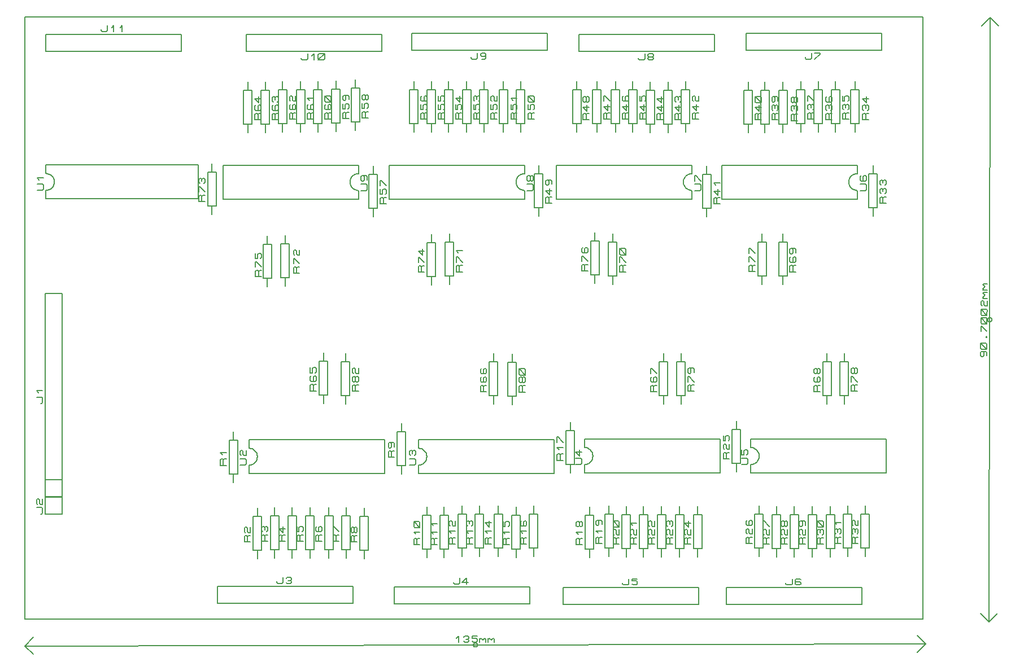
<source format=gbr>
G04 PROTEUS RS274X GERBER FILE*
%FSLAX45Y45*%
%MOMM*%
G01*
%ADD12C,0.203200*%
D12*
X-10117000Y-1969000D02*
X-9863000Y-1969000D01*
X-9863000Y+1079000D01*
X-10117000Y+1079000D01*
X-10117000Y-1969000D01*
X-10117000Y-1715000D02*
X-9863000Y-1715000D01*
X-10188120Y-572000D02*
X-10172880Y-572000D01*
X-10157640Y-556125D01*
X-10157640Y-492625D01*
X-10172880Y-476750D01*
X-10249080Y-476750D01*
X-10218600Y-413250D02*
X-10249080Y-381500D01*
X-10157640Y-381500D01*
X-10107000Y+2497000D02*
X-10107000Y+2624000D01*
X-9980000Y+2751000D02*
X-9982436Y+2776876D01*
X-9989485Y+2800848D01*
X-10000762Y+2822438D01*
X-10015878Y+2841170D01*
X-10034446Y+2856569D01*
X-10056081Y+2868158D01*
X-10080394Y+2875460D01*
X-10107000Y+2878000D01*
X-9980000Y+2751000D02*
X-9982436Y+2724394D01*
X-9989485Y+2700081D01*
X-10000762Y+2678446D01*
X-10015878Y+2659878D01*
X-10034446Y+2644762D01*
X-10056081Y+2633485D01*
X-10080394Y+2626436D01*
X-10107000Y+2624000D01*
X-10107000Y+2878000D02*
X-10107000Y+3005000D01*
X-7821000Y+2497000D02*
X-7821000Y+3005000D01*
X-10107000Y+2497000D02*
X-7821000Y+2497000D01*
X-7821000Y+3005000D02*
X-10107000Y+3005000D01*
X-10239080Y+2624000D02*
X-10162880Y+2624000D01*
X-10147640Y+2639875D01*
X-10147640Y+2703375D01*
X-10162880Y+2719250D01*
X-10239080Y+2719250D01*
X-10208600Y+2782750D02*
X-10239080Y+2814500D01*
X-10147640Y+2814500D01*
X-10117000Y-2229000D02*
X-9863000Y-2229000D01*
X-9863000Y-1975000D01*
X-10117000Y-1975000D01*
X-10117000Y-2229000D01*
X-10188120Y-2229000D02*
X-10172880Y-2229000D01*
X-10157640Y-2213125D01*
X-10157640Y-2149625D01*
X-10172880Y-2133750D01*
X-10249080Y-2133750D01*
X-10233840Y-2086125D02*
X-10249080Y-2070250D01*
X-10249080Y-2022625D01*
X-10233840Y-2006750D01*
X-10218600Y-2006750D01*
X-10203360Y-2022625D01*
X-10203360Y-2070250D01*
X-10188120Y-2086125D01*
X-10157640Y-2086125D01*
X-10157640Y-2006750D01*
X-10107000Y+4713000D02*
X-8075000Y+4713000D01*
X-8075000Y+4967000D01*
X-10107000Y+4967000D01*
X-10107000Y+4713000D01*
X-9281500Y+5038120D02*
X-9281500Y+5022880D01*
X-9265625Y+5007640D01*
X-9202125Y+5007640D01*
X-9186250Y+5022880D01*
X-9186250Y+5099080D01*
X-9122750Y+5068600D02*
X-9091000Y+5099080D01*
X-9091000Y+5007640D01*
X-8995750Y+5068600D02*
X-8964000Y+5099080D01*
X-8964000Y+5007640D01*
X-7065000Y-1625351D02*
X-7065000Y-1498351D01*
X-6938000Y-1371351D02*
X-6940436Y-1345475D01*
X-6947485Y-1321504D01*
X-6958762Y-1299914D01*
X-6973878Y-1281181D01*
X-6992446Y-1265782D01*
X-7014081Y-1254194D01*
X-7038394Y-1246891D01*
X-7065000Y-1244351D01*
X-6938000Y-1371351D02*
X-6940436Y-1397957D01*
X-6947485Y-1422270D01*
X-6958762Y-1443905D01*
X-6973878Y-1462474D01*
X-6992446Y-1477589D01*
X-7014081Y-1488866D01*
X-7038394Y-1495915D01*
X-7065000Y-1498351D01*
X-7065000Y-1244351D02*
X-7065000Y-1117351D01*
X-5033000Y-1625351D02*
X-5033000Y-1117351D01*
X-7065000Y-1625351D02*
X-5033000Y-1625351D01*
X-5033000Y-1117351D02*
X-7065000Y-1117351D01*
X-7197080Y-1498351D02*
X-7120880Y-1498351D01*
X-7105640Y-1482476D01*
X-7105640Y-1418976D01*
X-7120880Y-1403101D01*
X-7197080Y-1403101D01*
X-7181840Y-1355476D02*
X-7197080Y-1339601D01*
X-7197080Y-1291976D01*
X-7181840Y-1276101D01*
X-7166600Y-1276101D01*
X-7151360Y-1291976D01*
X-7151360Y-1339601D01*
X-7136120Y-1355476D01*
X-7105640Y-1355476D01*
X-7105640Y-1276101D01*
X-4525000Y-1625351D02*
X-4525000Y-1498351D01*
X-4398000Y-1371351D02*
X-4400436Y-1345475D01*
X-4407485Y-1321504D01*
X-4418762Y-1299914D01*
X-4433878Y-1281181D01*
X-4452446Y-1265782D01*
X-4474081Y-1254194D01*
X-4498394Y-1246891D01*
X-4525000Y-1244351D01*
X-4398000Y-1371351D02*
X-4400436Y-1397957D01*
X-4407485Y-1422270D01*
X-4418762Y-1443905D01*
X-4433878Y-1462474D01*
X-4452446Y-1477589D01*
X-4474081Y-1488866D01*
X-4498394Y-1495915D01*
X-4525000Y-1498351D01*
X-4525000Y-1244351D02*
X-4525000Y-1117351D01*
X-2493000Y-1625351D02*
X-2493000Y-1117351D01*
X-4525000Y-1625351D02*
X-2493000Y-1625351D01*
X-2493000Y-1117351D02*
X-4525000Y-1117351D01*
X-4657080Y-1498351D02*
X-4580880Y-1498351D01*
X-4565640Y-1482476D01*
X-4565640Y-1418976D01*
X-4580880Y-1403101D01*
X-4657080Y-1403101D01*
X-4641840Y-1355476D02*
X-4657080Y-1339601D01*
X-4657080Y-1291976D01*
X-4641840Y-1276101D01*
X-4626600Y-1276101D01*
X-4611360Y-1291976D01*
X-4596120Y-1276101D01*
X-4580880Y-1276101D01*
X-4565640Y-1291976D01*
X-4565640Y-1339601D01*
X-4580880Y-1355476D01*
X-4611360Y-1323726D02*
X-4611360Y-1291976D01*
X-2035000Y-1615351D02*
X-2035000Y-1488351D01*
X-1908000Y-1361351D02*
X-1910436Y-1335475D01*
X-1917485Y-1311504D01*
X-1928762Y-1289914D01*
X-1943878Y-1271181D01*
X-1962446Y-1255782D01*
X-1984081Y-1244194D01*
X-2008394Y-1236891D01*
X-2035000Y-1234351D01*
X-1908000Y-1361351D02*
X-1910436Y-1387957D01*
X-1917485Y-1412270D01*
X-1928762Y-1433905D01*
X-1943878Y-1452474D01*
X-1962446Y-1467589D01*
X-1984081Y-1478866D01*
X-2008394Y-1485915D01*
X-2035000Y-1488351D01*
X-2035000Y-1234351D02*
X-2035000Y-1107351D01*
X-3000Y-1615351D02*
X-3000Y-1107351D01*
X-2035000Y-1615351D02*
X-3000Y-1615351D01*
X-3000Y-1107351D02*
X-2035000Y-1107351D01*
X-2167080Y-1488351D02*
X-2090880Y-1488351D01*
X-2075640Y-1472476D01*
X-2075640Y-1408976D01*
X-2090880Y-1393101D01*
X-2167080Y-1393101D01*
X-2106120Y-1266101D02*
X-2106120Y-1361351D01*
X-2167080Y-1297851D01*
X-2075640Y-1297851D01*
X+455000Y-1615351D02*
X+455000Y-1488351D01*
X+582000Y-1361351D02*
X+579564Y-1335475D01*
X+572515Y-1311504D01*
X+561238Y-1289914D01*
X+546122Y-1271181D01*
X+527554Y-1255782D01*
X+505919Y-1244194D01*
X+481606Y-1236891D01*
X+455000Y-1234351D01*
X+582000Y-1361351D02*
X+579564Y-1387957D01*
X+572515Y-1412270D01*
X+561238Y-1433905D01*
X+546122Y-1452474D01*
X+527554Y-1467589D01*
X+505919Y-1478866D01*
X+481606Y-1485915D01*
X+455000Y-1488351D01*
X+455000Y-1234351D02*
X+455000Y-1107351D01*
X+2487000Y-1615351D02*
X+2487000Y-1107351D01*
X+455000Y-1615351D02*
X+2487000Y-1615351D01*
X+2487000Y-1107351D02*
X+455000Y-1107351D01*
X+322920Y-1488351D02*
X+399120Y-1488351D01*
X+414360Y-1472476D01*
X+414360Y-1408976D01*
X+399120Y-1393101D01*
X+322920Y-1393101D01*
X+322920Y-1266101D02*
X+322920Y-1345476D01*
X+353400Y-1345476D01*
X+353400Y-1281976D01*
X+368640Y-1266101D01*
X+399120Y-1266101D01*
X+414360Y-1281976D01*
X+414360Y-1329601D01*
X+399120Y-1345476D01*
X+2057000Y+3003000D02*
X+2057000Y+2876000D01*
X+1930000Y+2749000D02*
X+1932436Y+2723124D01*
X+1939485Y+2699152D01*
X+1950762Y+2677562D01*
X+1965878Y+2658830D01*
X+1984446Y+2643431D01*
X+2006081Y+2631842D01*
X+2030394Y+2624540D01*
X+2057000Y+2622000D01*
X+1930000Y+2749000D02*
X+1932436Y+2775606D01*
X+1939485Y+2799919D01*
X+1950762Y+2821554D01*
X+1965878Y+2840122D01*
X+1984446Y+2855238D01*
X+2006081Y+2866515D01*
X+2030394Y+2873564D01*
X+2057000Y+2876000D01*
X+2057000Y+2622000D02*
X+2057000Y+2495000D01*
X+25000Y+3003000D02*
X+25000Y+2495000D01*
X+2057000Y+3003000D02*
X+25000Y+3003000D01*
X+25000Y+2495000D02*
X+2057000Y+2495000D01*
X+2097640Y+2622000D02*
X+2173840Y+2622000D01*
X+2189080Y+2637875D01*
X+2189080Y+2701375D01*
X+2173840Y+2717250D01*
X+2097640Y+2717250D01*
X+2112880Y+2844250D02*
X+2097640Y+2828375D01*
X+2097640Y+2780750D01*
X+2112880Y+2764875D01*
X+2173840Y+2764875D01*
X+2189080Y+2780750D01*
X+2189080Y+2828375D01*
X+2173840Y+2844250D01*
X+2158600Y+2844250D01*
X+2143360Y+2828375D01*
X+2143360Y+2764875D01*
X-423000Y+3003000D02*
X-423000Y+2876000D01*
X-550000Y+2749000D02*
X-547564Y+2723124D01*
X-540515Y+2699152D01*
X-529238Y+2677562D01*
X-514122Y+2658830D01*
X-495554Y+2643431D01*
X-473919Y+2631842D01*
X-449606Y+2624540D01*
X-423000Y+2622000D01*
X-550000Y+2749000D02*
X-547564Y+2775606D01*
X-540515Y+2799919D01*
X-529238Y+2821554D01*
X-514122Y+2840122D01*
X-495554Y+2855238D01*
X-473919Y+2866515D01*
X-449606Y+2873564D01*
X-423000Y+2876000D01*
X-423000Y+2622000D02*
X-423000Y+2495000D01*
X-2455000Y+3003000D02*
X-2455000Y+2495000D01*
X-423000Y+3003000D02*
X-2455000Y+3003000D01*
X-2455000Y+2495000D02*
X-423000Y+2495000D01*
X-382360Y+2622000D02*
X-306160Y+2622000D01*
X-290920Y+2637875D01*
X-290920Y+2701375D01*
X-306160Y+2717250D01*
X-382360Y+2717250D01*
X-382360Y+2764875D02*
X-382360Y+2844250D01*
X-367120Y+2844250D01*
X-290920Y+2764875D01*
X-2933000Y+3003000D02*
X-2933000Y+2876000D01*
X-3060000Y+2749000D02*
X-3057564Y+2723124D01*
X-3050515Y+2699152D01*
X-3039238Y+2677562D01*
X-3024122Y+2658830D01*
X-3005554Y+2643431D01*
X-2983919Y+2631842D01*
X-2959606Y+2624540D01*
X-2933000Y+2622000D01*
X-3060000Y+2749000D02*
X-3057564Y+2775606D01*
X-3050515Y+2799919D01*
X-3039238Y+2821554D01*
X-3024122Y+2840122D01*
X-3005554Y+2855238D01*
X-2983919Y+2866515D01*
X-2959606Y+2873564D01*
X-2933000Y+2876000D01*
X-2933000Y+2622000D02*
X-2933000Y+2495000D01*
X-4965000Y+3003000D02*
X-4965000Y+2495000D01*
X-2933000Y+3003000D02*
X-4965000Y+3003000D01*
X-4965000Y+2495000D02*
X-2933000Y+2495000D01*
X-2892360Y+2622000D02*
X-2816160Y+2622000D01*
X-2800920Y+2637875D01*
X-2800920Y+2701375D01*
X-2816160Y+2717250D01*
X-2892360Y+2717250D01*
X-2846640Y+2780750D02*
X-2861880Y+2764875D01*
X-2877120Y+2764875D01*
X-2892360Y+2780750D01*
X-2892360Y+2828375D01*
X-2877120Y+2844250D01*
X-2861880Y+2844250D01*
X-2846640Y+2828375D01*
X-2846640Y+2780750D01*
X-2831400Y+2764875D01*
X-2816160Y+2764875D01*
X-2800920Y+2780750D01*
X-2800920Y+2828375D01*
X-2816160Y+2844250D01*
X-2831400Y+2844250D01*
X-2846640Y+2828375D01*
X-5423000Y+3003000D02*
X-5423000Y+2876000D01*
X-5550000Y+2749000D02*
X-5547564Y+2723124D01*
X-5540515Y+2699152D01*
X-5529238Y+2677562D01*
X-5514122Y+2658830D01*
X-5495554Y+2643431D01*
X-5473919Y+2631842D01*
X-5449606Y+2624540D01*
X-5423000Y+2622000D01*
X-5550000Y+2749000D02*
X-5547564Y+2775606D01*
X-5540515Y+2799919D01*
X-5529238Y+2821554D01*
X-5514122Y+2840122D01*
X-5495554Y+2855238D01*
X-5473919Y+2866515D01*
X-5449606Y+2873564D01*
X-5423000Y+2876000D01*
X-5423000Y+2622000D02*
X-5423000Y+2495000D01*
X-7455000Y+3003000D02*
X-7455000Y+2495000D01*
X-5423000Y+3003000D02*
X-7455000Y+3003000D01*
X-7455000Y+2495000D02*
X-5423000Y+2495000D01*
X-5382360Y+2622000D02*
X-5306160Y+2622000D01*
X-5290920Y+2637875D01*
X-5290920Y+2701375D01*
X-5306160Y+2717250D01*
X-5382360Y+2717250D01*
X-5351880Y+2844250D02*
X-5336640Y+2828375D01*
X-5336640Y+2780750D01*
X-5351880Y+2764875D01*
X-5367120Y+2764875D01*
X-5382360Y+2780750D01*
X-5382360Y+2828375D01*
X-5367120Y+2844250D01*
X-5306160Y+2844250D01*
X-5290920Y+2828375D01*
X-5290920Y+2780750D01*
X-6520000Y+1953000D02*
X-6520000Y+1826000D01*
X-6583500Y+1318000D02*
X-6456500Y+1318000D01*
X-6456500Y+1826000D01*
X-6583500Y+1826000D01*
X-6583500Y+1318000D01*
X-6520000Y+1318000D02*
X-6520000Y+1191000D01*
X-6304420Y+1381500D02*
X-6395860Y+1381500D01*
X-6395860Y+1460875D01*
X-6380620Y+1476750D01*
X-6365380Y+1476750D01*
X-6350140Y+1460875D01*
X-6350140Y+1381500D01*
X-6350140Y+1460875D02*
X-6334900Y+1476750D01*
X-6304420Y+1476750D01*
X-6395860Y+1524375D02*
X-6395860Y+1603750D01*
X-6380620Y+1603750D01*
X-6304420Y+1524375D01*
X-6380620Y+1651375D02*
X-6395860Y+1667250D01*
X-6395860Y+1714875D01*
X-6380620Y+1730750D01*
X-6365380Y+1730750D01*
X-6350140Y+1714875D01*
X-6350140Y+1667250D01*
X-6334900Y+1651375D01*
X-6304420Y+1651375D01*
X-6304420Y+1730750D01*
X-4060000Y+1973000D02*
X-4060000Y+1846000D01*
X-4123500Y+1338000D02*
X-3996500Y+1338000D01*
X-3996500Y+1846000D01*
X-4123500Y+1846000D01*
X-4123500Y+1338000D01*
X-4060000Y+1338000D02*
X-4060000Y+1211000D01*
X-3864420Y+1401500D02*
X-3955860Y+1401500D01*
X-3955860Y+1480875D01*
X-3940620Y+1496750D01*
X-3925380Y+1496750D01*
X-3910140Y+1480875D01*
X-3910140Y+1401500D01*
X-3910140Y+1480875D02*
X-3894900Y+1496750D01*
X-3864420Y+1496750D01*
X-3955860Y+1544375D02*
X-3955860Y+1623750D01*
X-3940620Y+1623750D01*
X-3864420Y+1544375D01*
X-3925380Y+1687250D02*
X-3955860Y+1719000D01*
X-3864420Y+1719000D01*
X-1610000Y+1973000D02*
X-1610000Y+1846000D01*
X-1673500Y+1338000D02*
X-1546500Y+1338000D01*
X-1546500Y+1846000D01*
X-1673500Y+1846000D01*
X-1673500Y+1338000D01*
X-1610000Y+1338000D02*
X-1610000Y+1211000D01*
X-1414420Y+1401500D02*
X-1505860Y+1401500D01*
X-1505860Y+1480875D01*
X-1490620Y+1496750D01*
X-1475380Y+1496750D01*
X-1460140Y+1480875D01*
X-1460140Y+1401500D01*
X-1460140Y+1480875D02*
X-1444900Y+1496750D01*
X-1414420Y+1496750D01*
X-1505860Y+1544375D02*
X-1505860Y+1623750D01*
X-1490620Y+1623750D01*
X-1414420Y+1544375D01*
X-1429660Y+1655500D02*
X-1490620Y+1655500D01*
X-1505860Y+1671375D01*
X-1505860Y+1734875D01*
X-1490620Y+1750750D01*
X-1429660Y+1750750D01*
X-1414420Y+1734875D01*
X-1414420Y+1671375D01*
X-1429660Y+1655500D01*
X-1414420Y+1655500D02*
X-1505860Y+1750750D01*
X+940000Y+1973000D02*
X+940000Y+1846000D01*
X+876500Y+1338000D02*
X+1003500Y+1338000D01*
X+1003500Y+1846000D01*
X+876500Y+1846000D01*
X+876500Y+1338000D01*
X+940000Y+1338000D02*
X+940000Y+1211000D01*
X+1135580Y+1401500D02*
X+1044140Y+1401500D01*
X+1044140Y+1480875D01*
X+1059380Y+1496750D01*
X+1074620Y+1496750D01*
X+1089860Y+1480875D01*
X+1089860Y+1401500D01*
X+1089860Y+1480875D02*
X+1105100Y+1496750D01*
X+1135580Y+1496750D01*
X+1059380Y+1623750D02*
X+1044140Y+1607875D01*
X+1044140Y+1560250D01*
X+1059380Y+1544375D01*
X+1120340Y+1544375D01*
X+1135580Y+1560250D01*
X+1135580Y+1607875D01*
X+1120340Y+1623750D01*
X+1105100Y+1623750D01*
X+1089860Y+1607875D01*
X+1089860Y+1544375D01*
X+1074620Y+1750750D02*
X+1089860Y+1734875D01*
X+1089860Y+1687250D01*
X+1074620Y+1671375D01*
X+1059380Y+1671375D01*
X+1044140Y+1687250D01*
X+1044140Y+1734875D01*
X+1059380Y+1750750D01*
X+1120340Y+1750750D01*
X+1135580Y+1734875D01*
X+1135580Y+1687250D01*
X+1602000Y-585351D02*
X+1602000Y-458351D01*
X+1538500Y-458351D02*
X+1665500Y-458351D01*
X+1665500Y+49649D01*
X+1538500Y+49649D01*
X+1538500Y-458351D01*
X+1602000Y+49649D02*
X+1602000Y+176649D01*
X+1497860Y-394851D02*
X+1406420Y-394851D01*
X+1406420Y-315476D01*
X+1421660Y-299601D01*
X+1436900Y-299601D01*
X+1452140Y-315476D01*
X+1452140Y-394851D01*
X+1452140Y-315476D02*
X+1467380Y-299601D01*
X+1497860Y-299601D01*
X+1421660Y-172601D02*
X+1406420Y-188476D01*
X+1406420Y-236101D01*
X+1421660Y-251976D01*
X+1482620Y-251976D01*
X+1497860Y-236101D01*
X+1497860Y-188476D01*
X+1482620Y-172601D01*
X+1467380Y-172601D01*
X+1452140Y-188476D01*
X+1452140Y-251976D01*
X+1452140Y-109101D02*
X+1436900Y-124976D01*
X+1421660Y-124976D01*
X+1406420Y-109101D01*
X+1406420Y-61476D01*
X+1421660Y-45601D01*
X+1436900Y-45601D01*
X+1452140Y-61476D01*
X+1452140Y-109101D01*
X+1467380Y-124976D01*
X+1482620Y-124976D01*
X+1497860Y-109101D01*
X+1497860Y-61476D01*
X+1482620Y-45601D01*
X+1467380Y-45601D01*
X+1452140Y-61476D01*
X-848000Y-585351D02*
X-848000Y-458351D01*
X-911500Y-458351D02*
X-784500Y-458351D01*
X-784500Y+49649D01*
X-911500Y+49649D01*
X-911500Y-458351D01*
X-848000Y+49649D02*
X-848000Y+176649D01*
X-952140Y-394851D02*
X-1043580Y-394851D01*
X-1043580Y-315476D01*
X-1028340Y-299601D01*
X-1013100Y-299601D01*
X-997860Y-315476D01*
X-997860Y-394851D01*
X-997860Y-315476D02*
X-982620Y-299601D01*
X-952140Y-299601D01*
X-1028340Y-172601D02*
X-1043580Y-188476D01*
X-1043580Y-236101D01*
X-1028340Y-251976D01*
X-967380Y-251976D01*
X-952140Y-236101D01*
X-952140Y-188476D01*
X-967380Y-172601D01*
X-982620Y-172601D01*
X-997860Y-188476D01*
X-997860Y-251976D01*
X-1043580Y-124976D02*
X-1043580Y-45601D01*
X-1028340Y-45601D01*
X-952140Y-124976D01*
X-3398000Y-585351D02*
X-3398000Y-458351D01*
X-3461500Y-458351D02*
X-3334500Y-458351D01*
X-3334500Y+49649D01*
X-3461500Y+49649D01*
X-3461500Y-458351D01*
X-3398000Y+49649D02*
X-3398000Y+176649D01*
X-3502140Y-394851D02*
X-3593580Y-394851D01*
X-3593580Y-315476D01*
X-3578340Y-299601D01*
X-3563100Y-299601D01*
X-3547860Y-315476D01*
X-3547860Y-394851D01*
X-3547860Y-315476D02*
X-3532620Y-299601D01*
X-3502140Y-299601D01*
X-3578340Y-172601D02*
X-3593580Y-188476D01*
X-3593580Y-236101D01*
X-3578340Y-251976D01*
X-3517380Y-251976D01*
X-3502140Y-236101D01*
X-3502140Y-188476D01*
X-3517380Y-172601D01*
X-3532620Y-172601D01*
X-3547860Y-188476D01*
X-3547860Y-251976D01*
X-3578340Y-45601D02*
X-3593580Y-61476D01*
X-3593580Y-109101D01*
X-3578340Y-124976D01*
X-3517380Y-124976D01*
X-3502140Y-109101D01*
X-3502140Y-61476D01*
X-3517380Y-45601D01*
X-3532620Y-45601D01*
X-3547860Y-61476D01*
X-3547860Y-124976D01*
X-5948000Y-575351D02*
X-5948000Y-448351D01*
X-6011500Y-448351D02*
X-5884500Y-448351D01*
X-5884500Y+59649D01*
X-6011500Y+59649D01*
X-6011500Y-448351D01*
X-5948000Y+59649D02*
X-5948000Y+186649D01*
X-6052140Y-384851D02*
X-6143580Y-384851D01*
X-6143580Y-305476D01*
X-6128340Y-289601D01*
X-6113100Y-289601D01*
X-6097860Y-305476D01*
X-6097860Y-384851D01*
X-6097860Y-305476D02*
X-6082620Y-289601D01*
X-6052140Y-289601D01*
X-6128340Y-162601D02*
X-6143580Y-178476D01*
X-6143580Y-226101D01*
X-6128340Y-241976D01*
X-6067380Y-241976D01*
X-6052140Y-226101D01*
X-6052140Y-178476D01*
X-6067380Y-162601D01*
X-6082620Y-162601D01*
X-6097860Y-178476D01*
X-6097860Y-241976D01*
X-6143580Y-35601D02*
X-6143580Y-114976D01*
X-6113100Y-114976D01*
X-6113100Y-51476D01*
X-6097860Y-35601D01*
X-6067380Y-35601D01*
X-6052140Y-51476D01*
X-6052140Y-99101D01*
X-6067380Y-114976D01*
X-7620000Y+2267000D02*
X-7620000Y+2394000D01*
X-7683500Y+2394000D02*
X-7556500Y+2394000D01*
X-7556500Y+2902000D01*
X-7683500Y+2902000D01*
X-7683500Y+2394000D01*
X-7620000Y+2902000D02*
X-7620000Y+3029000D01*
X-7724140Y+2457500D02*
X-7815580Y+2457500D01*
X-7815580Y+2536875D01*
X-7800340Y+2552750D01*
X-7785100Y+2552750D01*
X-7769860Y+2536875D01*
X-7769860Y+2457500D01*
X-7769860Y+2536875D02*
X-7754620Y+2552750D01*
X-7724140Y+2552750D01*
X-7815580Y+2600375D02*
X-7815580Y+2679750D01*
X-7800340Y+2679750D01*
X-7724140Y+2600375D01*
X-7800340Y+2727375D02*
X-7815580Y+2743250D01*
X-7815580Y+2790875D01*
X-7800340Y+2806750D01*
X-7785100Y+2806750D01*
X-7769860Y+2790875D01*
X-7754620Y+2806750D01*
X-7739380Y+2806750D01*
X-7724140Y+2790875D01*
X-7724140Y+2743250D01*
X-7739380Y+2727375D01*
X-7769860Y+2759125D02*
X-7769860Y+2790875D01*
X-5618000Y+180649D02*
X-5618000Y+53649D01*
X-5681500Y-454351D02*
X-5554500Y-454351D01*
X-5554500Y+53649D01*
X-5681500Y+53649D01*
X-5681500Y-454351D01*
X-5618000Y-454351D02*
X-5618000Y-581351D01*
X-5422420Y-390851D02*
X-5513860Y-390851D01*
X-5513860Y-311476D01*
X-5498620Y-295601D01*
X-5483380Y-295601D01*
X-5468140Y-311476D01*
X-5468140Y-390851D01*
X-5468140Y-311476D02*
X-5452900Y-295601D01*
X-5422420Y-295601D01*
X-5468140Y-232101D02*
X-5483380Y-247976D01*
X-5498620Y-247976D01*
X-5513860Y-232101D01*
X-5513860Y-184476D01*
X-5498620Y-168601D01*
X-5483380Y-168601D01*
X-5468140Y-184476D01*
X-5468140Y-232101D01*
X-5452900Y-247976D01*
X-5437660Y-247976D01*
X-5422420Y-232101D01*
X-5422420Y-184476D01*
X-5437660Y-168601D01*
X-5452900Y-168601D01*
X-5468140Y-184476D01*
X-5498620Y-120976D02*
X-5513860Y-105101D01*
X-5513860Y-57476D01*
X-5498620Y-41601D01*
X-5483380Y-41601D01*
X-5468140Y-57476D01*
X-5468140Y-105101D01*
X-5452900Y-120976D01*
X-5422420Y-120976D01*
X-5422420Y-41601D01*
X-3118000Y+170649D02*
X-3118000Y+43649D01*
X-3181500Y-464351D02*
X-3054500Y-464351D01*
X-3054500Y+43649D01*
X-3181500Y+43649D01*
X-3181500Y-464351D01*
X-3118000Y-464351D02*
X-3118000Y-591351D01*
X-2922420Y-400851D02*
X-3013860Y-400851D01*
X-3013860Y-321476D01*
X-2998620Y-305601D01*
X-2983380Y-305601D01*
X-2968140Y-321476D01*
X-2968140Y-400851D01*
X-2968140Y-321476D02*
X-2952900Y-305601D01*
X-2922420Y-305601D01*
X-2968140Y-242101D02*
X-2983380Y-257976D01*
X-2998620Y-257976D01*
X-3013860Y-242101D01*
X-3013860Y-194476D01*
X-2998620Y-178601D01*
X-2983380Y-178601D01*
X-2968140Y-194476D01*
X-2968140Y-242101D01*
X-2952900Y-257976D01*
X-2937660Y-257976D01*
X-2922420Y-242101D01*
X-2922420Y-194476D01*
X-2937660Y-178601D01*
X-2952900Y-178601D01*
X-2968140Y-194476D01*
X-2937660Y-146851D02*
X-2998620Y-146851D01*
X-3013860Y-130976D01*
X-3013860Y-67476D01*
X-2998620Y-51601D01*
X-2937660Y-51601D01*
X-2922420Y-67476D01*
X-2922420Y-130976D01*
X-2937660Y-146851D01*
X-2922420Y-146851D02*
X-3013860Y-51601D01*
X-588000Y+180649D02*
X-588000Y+53649D01*
X-651500Y-454351D02*
X-524500Y-454351D01*
X-524500Y+53649D01*
X-651500Y+53649D01*
X-651500Y-454351D01*
X-588000Y-454351D02*
X-588000Y-581351D01*
X-392420Y-390851D02*
X-483860Y-390851D01*
X-483860Y-311476D01*
X-468620Y-295601D01*
X-453380Y-295601D01*
X-438140Y-311476D01*
X-438140Y-390851D01*
X-438140Y-311476D02*
X-422900Y-295601D01*
X-392420Y-295601D01*
X-483860Y-247976D02*
X-483860Y-168601D01*
X-468620Y-168601D01*
X-392420Y-247976D01*
X-453380Y-41601D02*
X-438140Y-57476D01*
X-438140Y-105101D01*
X-453380Y-120976D01*
X-468620Y-120976D01*
X-483860Y-105101D01*
X-483860Y-57476D01*
X-468620Y-41601D01*
X-407660Y-41601D01*
X-392420Y-57476D01*
X-392420Y-105101D01*
X+1862000Y+180649D02*
X+1862000Y+53649D01*
X+1798500Y-454351D02*
X+1925500Y-454351D01*
X+1925500Y+53649D01*
X+1798500Y+53649D01*
X+1798500Y-454351D01*
X+1862000Y-454351D02*
X+1862000Y-581351D01*
X+2057580Y-390851D02*
X+1966140Y-390851D01*
X+1966140Y-311476D01*
X+1981380Y-295601D01*
X+1996620Y-295601D01*
X+2011860Y-311476D01*
X+2011860Y-390851D01*
X+2011860Y-311476D02*
X+2027100Y-295601D01*
X+2057580Y-295601D01*
X+1966140Y-247976D02*
X+1966140Y-168601D01*
X+1981380Y-168601D01*
X+2057580Y-247976D01*
X+2011860Y-105101D02*
X+1996620Y-120976D01*
X+1981380Y-120976D01*
X+1966140Y-105101D01*
X+1966140Y-57476D01*
X+1981380Y-41601D01*
X+1996620Y-41601D01*
X+2011860Y-57476D01*
X+2011860Y-105101D01*
X+2027100Y-120976D01*
X+2042340Y-120976D01*
X+2057580Y-105101D01*
X+2057580Y-57476D01*
X+2042340Y-41601D01*
X+2027100Y-41601D01*
X+2011860Y-57476D01*
X+630000Y+1217000D02*
X+630000Y+1344000D01*
X+566500Y+1344000D02*
X+693500Y+1344000D01*
X+693500Y+1852000D01*
X+566500Y+1852000D01*
X+566500Y+1344000D01*
X+630000Y+1852000D02*
X+630000Y+1979000D01*
X+525860Y+1407500D02*
X+434420Y+1407500D01*
X+434420Y+1486875D01*
X+449660Y+1502750D01*
X+464900Y+1502750D01*
X+480140Y+1486875D01*
X+480140Y+1407500D01*
X+480140Y+1486875D02*
X+495380Y+1502750D01*
X+525860Y+1502750D01*
X+434420Y+1550375D02*
X+434420Y+1629750D01*
X+449660Y+1629750D01*
X+525860Y+1550375D01*
X+434420Y+1677375D02*
X+434420Y+1756750D01*
X+449660Y+1756750D01*
X+525860Y+1677375D01*
X-1880000Y+1227000D02*
X-1880000Y+1354000D01*
X-1943500Y+1354000D02*
X-1816500Y+1354000D01*
X-1816500Y+1862000D01*
X-1943500Y+1862000D01*
X-1943500Y+1354000D01*
X-1880000Y+1862000D02*
X-1880000Y+1989000D01*
X-1984140Y+1417500D02*
X-2075580Y+1417500D01*
X-2075580Y+1496875D01*
X-2060340Y+1512750D01*
X-2045100Y+1512750D01*
X-2029860Y+1496875D01*
X-2029860Y+1417500D01*
X-2029860Y+1496875D02*
X-2014620Y+1512750D01*
X-1984140Y+1512750D01*
X-2075580Y+1560375D02*
X-2075580Y+1639750D01*
X-2060340Y+1639750D01*
X-1984140Y+1560375D01*
X-2060340Y+1766750D02*
X-2075580Y+1750875D01*
X-2075580Y+1703250D01*
X-2060340Y+1687375D01*
X-1999380Y+1687375D01*
X-1984140Y+1703250D01*
X-1984140Y+1750875D01*
X-1999380Y+1766750D01*
X-2014620Y+1766750D01*
X-2029860Y+1750875D01*
X-2029860Y+1687375D01*
X-6790000Y+1181000D02*
X-6790000Y+1308000D01*
X-6853500Y+1308000D02*
X-6726500Y+1308000D01*
X-6726500Y+1816000D01*
X-6853500Y+1816000D01*
X-6853500Y+1308000D01*
X-6790000Y+1816000D02*
X-6790000Y+1943000D01*
X-6874140Y+1331500D02*
X-6965580Y+1331500D01*
X-6965580Y+1410875D01*
X-6950340Y+1426750D01*
X-6935100Y+1426750D01*
X-6919860Y+1410875D01*
X-6919860Y+1331500D01*
X-6919860Y+1410875D02*
X-6904620Y+1426750D01*
X-6874140Y+1426750D01*
X-6965580Y+1474375D02*
X-6965580Y+1553750D01*
X-6950340Y+1553750D01*
X-6874140Y+1474375D01*
X-6965580Y+1680750D02*
X-6965580Y+1601375D01*
X-6935100Y+1601375D01*
X-6935100Y+1664875D01*
X-6919860Y+1680750D01*
X-6889380Y+1680750D01*
X-6874140Y+1664875D01*
X-6874140Y+1617250D01*
X-6889380Y+1601375D01*
X-4330000Y+1207000D02*
X-4330000Y+1334000D01*
X-4393500Y+1334000D02*
X-4266500Y+1334000D01*
X-4266500Y+1842000D01*
X-4393500Y+1842000D01*
X-4393500Y+1334000D01*
X-4330000Y+1842000D02*
X-4330000Y+1969000D01*
X-4434140Y+1397500D02*
X-4525580Y+1397500D01*
X-4525580Y+1476875D01*
X-4510340Y+1492750D01*
X-4495100Y+1492750D01*
X-4479860Y+1476875D01*
X-4479860Y+1397500D01*
X-4479860Y+1476875D02*
X-4464620Y+1492750D01*
X-4434140Y+1492750D01*
X-4525580Y+1540375D02*
X-4525580Y+1619750D01*
X-4510340Y+1619750D01*
X-4434140Y+1540375D01*
X-4464620Y+1746750D02*
X-4464620Y+1651500D01*
X-4525580Y+1715000D01*
X-4434140Y+1715000D01*
X-7298000Y-1755351D02*
X-7298000Y-1628351D01*
X-7361500Y-1628351D02*
X-7234500Y-1628351D01*
X-7234500Y-1120351D01*
X-7361500Y-1120351D01*
X-7361500Y-1628351D01*
X-7298000Y-1120351D02*
X-7298000Y-993351D01*
X-7402140Y-1501351D02*
X-7493580Y-1501351D01*
X-7493580Y-1421976D01*
X-7478340Y-1406101D01*
X-7463100Y-1406101D01*
X-7447860Y-1421976D01*
X-7447860Y-1501351D01*
X-7447860Y-1421976D02*
X-7432620Y-1406101D01*
X-7402140Y-1406101D01*
X-7463100Y-1342601D02*
X-7493580Y-1310851D01*
X-7402140Y-1310851D01*
X-4778000Y-1635351D02*
X-4778000Y-1508351D01*
X-4841500Y-1508351D02*
X-4714500Y-1508351D01*
X-4714500Y-1000351D01*
X-4841500Y-1000351D01*
X-4841500Y-1508351D01*
X-4778000Y-1000351D02*
X-4778000Y-873351D01*
X-4882140Y-1381351D02*
X-4973580Y-1381351D01*
X-4973580Y-1301976D01*
X-4958340Y-1286101D01*
X-4943100Y-1286101D01*
X-4927860Y-1301976D01*
X-4927860Y-1381351D01*
X-4927860Y-1301976D02*
X-4912620Y-1286101D01*
X-4882140Y-1286101D01*
X-4943100Y-1159101D02*
X-4927860Y-1174976D01*
X-4927860Y-1222601D01*
X-4943100Y-1238476D01*
X-4958340Y-1238476D01*
X-4973580Y-1222601D01*
X-4973580Y-1174976D01*
X-4958340Y-1159101D01*
X-4897380Y-1159101D01*
X-4882140Y-1174976D01*
X-4882140Y-1222601D01*
X-2248000Y-1615351D02*
X-2248000Y-1488351D01*
X-2311500Y-1488351D02*
X-2184500Y-1488351D01*
X-2184500Y-980351D01*
X-2311500Y-980351D01*
X-2311500Y-1488351D01*
X-2248000Y-980351D02*
X-2248000Y-853351D01*
X-2352140Y-1424851D02*
X-2443580Y-1424851D01*
X-2443580Y-1345476D01*
X-2428340Y-1329601D01*
X-2413100Y-1329601D01*
X-2397860Y-1345476D01*
X-2397860Y-1424851D01*
X-2397860Y-1345476D02*
X-2382620Y-1329601D01*
X-2352140Y-1329601D01*
X-2413100Y-1266101D02*
X-2443580Y-1234351D01*
X-2352140Y-1234351D01*
X-2443580Y-1154976D02*
X-2443580Y-1075601D01*
X-2428340Y-1075601D01*
X-2352140Y-1154976D01*
X+242000Y-1595351D02*
X+242000Y-1468351D01*
X+178500Y-1468351D02*
X+305500Y-1468351D01*
X+305500Y-960351D01*
X+178500Y-960351D01*
X+178500Y-1468351D01*
X+242000Y-960351D02*
X+242000Y-833351D01*
X+137860Y-1404851D02*
X+46420Y-1404851D01*
X+46420Y-1325476D01*
X+61660Y-1309601D01*
X+76900Y-1309601D01*
X+92140Y-1325476D01*
X+92140Y-1404851D01*
X+92140Y-1325476D02*
X+107380Y-1309601D01*
X+137860Y-1309601D01*
X+61660Y-1261976D02*
X+46420Y-1246101D01*
X+46420Y-1198476D01*
X+61660Y-1182601D01*
X+76900Y-1182601D01*
X+92140Y-1198476D01*
X+92140Y-1246101D01*
X+107380Y-1261976D01*
X+137860Y-1261976D01*
X+137860Y-1182601D01*
X+46420Y-1055601D02*
X+46420Y-1134976D01*
X+76900Y-1134976D01*
X+76900Y-1071476D01*
X+92140Y-1055601D01*
X+122620Y-1055601D01*
X+137860Y-1071476D01*
X+137860Y-1119101D01*
X+122620Y-1134976D01*
X+2290000Y+3003000D02*
X+2290000Y+2876000D01*
X+2226500Y+2368000D02*
X+2353500Y+2368000D01*
X+2353500Y+2876000D01*
X+2226500Y+2876000D01*
X+2226500Y+2368000D01*
X+2290000Y+2368000D02*
X+2290000Y+2241000D01*
X+2485580Y+2431500D02*
X+2394140Y+2431500D01*
X+2394140Y+2510875D01*
X+2409380Y+2526750D01*
X+2424620Y+2526750D01*
X+2439860Y+2510875D01*
X+2439860Y+2431500D01*
X+2439860Y+2510875D02*
X+2455100Y+2526750D01*
X+2485580Y+2526750D01*
X+2409380Y+2574375D02*
X+2394140Y+2590250D01*
X+2394140Y+2637875D01*
X+2409380Y+2653750D01*
X+2424620Y+2653750D01*
X+2439860Y+2637875D01*
X+2455100Y+2653750D01*
X+2470340Y+2653750D01*
X+2485580Y+2637875D01*
X+2485580Y+2590250D01*
X+2470340Y+2574375D01*
X+2439860Y+2606125D02*
X+2439860Y+2637875D01*
X+2409380Y+2701375D02*
X+2394140Y+2717250D01*
X+2394140Y+2764875D01*
X+2409380Y+2780750D01*
X+2424620Y+2780750D01*
X+2439860Y+2764875D01*
X+2455100Y+2780750D01*
X+2470340Y+2780750D01*
X+2485580Y+2764875D01*
X+2485580Y+2717250D01*
X+2470340Y+2701375D01*
X+2439860Y+2733125D02*
X+2439860Y+2764875D01*
X-200000Y+2993000D02*
X-200000Y+2866000D01*
X-263500Y+2358000D02*
X-136500Y+2358000D01*
X-136500Y+2866000D01*
X-263500Y+2866000D01*
X-263500Y+2358000D01*
X-200000Y+2358000D02*
X-200000Y+2231000D01*
X-4420Y+2421500D02*
X-95860Y+2421500D01*
X-95860Y+2500875D01*
X-80620Y+2516750D01*
X-65380Y+2516750D01*
X-50140Y+2500875D01*
X-50140Y+2421500D01*
X-50140Y+2500875D02*
X-34900Y+2516750D01*
X-4420Y+2516750D01*
X-34900Y+2643750D02*
X-34900Y+2548500D01*
X-95860Y+2612000D01*
X-4420Y+2612000D01*
X-65380Y+2707250D02*
X-95860Y+2739000D01*
X-4420Y+2739000D01*
X-2720000Y+3003000D02*
X-2720000Y+2876000D01*
X-2783500Y+2368000D02*
X-2656500Y+2368000D01*
X-2656500Y+2876000D01*
X-2783500Y+2876000D01*
X-2783500Y+2368000D01*
X-2720000Y+2368000D02*
X-2720000Y+2241000D01*
X-2524420Y+2431500D02*
X-2615860Y+2431500D01*
X-2615860Y+2510875D01*
X-2600620Y+2526750D01*
X-2585380Y+2526750D01*
X-2570140Y+2510875D01*
X-2570140Y+2431500D01*
X-2570140Y+2510875D02*
X-2554900Y+2526750D01*
X-2524420Y+2526750D01*
X-2554900Y+2653750D02*
X-2554900Y+2558500D01*
X-2615860Y+2622000D01*
X-2524420Y+2622000D01*
X-2585380Y+2780750D02*
X-2570140Y+2764875D01*
X-2570140Y+2717250D01*
X-2585380Y+2701375D01*
X-2600620Y+2701375D01*
X-2615860Y+2717250D01*
X-2615860Y+2764875D01*
X-2600620Y+2780750D01*
X-2539660Y+2780750D01*
X-2524420Y+2764875D01*
X-2524420Y+2717250D01*
X-5200000Y+2993000D02*
X-5200000Y+2866000D01*
X-5263500Y+2358000D02*
X-5136500Y+2358000D01*
X-5136500Y+2866000D01*
X-5263500Y+2866000D01*
X-5263500Y+2358000D01*
X-5200000Y+2358000D02*
X-5200000Y+2231000D01*
X-5004420Y+2421500D02*
X-5095860Y+2421500D01*
X-5095860Y+2500875D01*
X-5080620Y+2516750D01*
X-5065380Y+2516750D01*
X-5050140Y+2500875D01*
X-5050140Y+2421500D01*
X-5050140Y+2500875D02*
X-5034900Y+2516750D01*
X-5004420Y+2516750D01*
X-5095860Y+2643750D02*
X-5095860Y+2564375D01*
X-5065380Y+2564375D01*
X-5065380Y+2627875D01*
X-5050140Y+2643750D01*
X-5019660Y+2643750D01*
X-5004420Y+2627875D01*
X-5004420Y+2580250D01*
X-5019660Y+2564375D01*
X-5095860Y+2691375D02*
X-5095860Y+2770750D01*
X-5080620Y+2770750D01*
X-5004420Y+2691375D01*
X-7539000Y-3569351D02*
X-5507000Y-3569351D01*
X-5507000Y-3315351D01*
X-7539000Y-3315351D01*
X-7539000Y-3569351D01*
X-6650000Y-3244231D02*
X-6650000Y-3259471D01*
X-6634125Y-3274711D01*
X-6570625Y-3274711D01*
X-6554750Y-3259471D01*
X-6554750Y-3183271D01*
X-6507125Y-3198511D02*
X-6491250Y-3183271D01*
X-6443625Y-3183271D01*
X-6427750Y-3198511D01*
X-6427750Y-3213751D01*
X-6443625Y-3228991D01*
X-6427750Y-3244231D01*
X-6427750Y-3259471D01*
X-6443625Y-3274711D01*
X-6491250Y-3274711D01*
X-6507125Y-3259471D01*
X-6475375Y-3228991D02*
X-6443625Y-3228991D01*
X-4885000Y-3579351D02*
X-2853000Y-3579351D01*
X-2853000Y-3325351D01*
X-4885000Y-3325351D01*
X-4885000Y-3579351D01*
X-3996000Y-3254231D02*
X-3996000Y-3269471D01*
X-3980125Y-3284711D01*
X-3916625Y-3284711D01*
X-3900750Y-3269471D01*
X-3900750Y-3193271D01*
X-3773750Y-3254231D02*
X-3869000Y-3254231D01*
X-3805500Y-3193271D01*
X-3805500Y-3284711D01*
X-2353000Y-3589351D02*
X-321000Y-3589351D01*
X-321000Y-3335351D01*
X-2353000Y-3335351D01*
X-2353000Y-3589351D01*
X-1464000Y-3264231D02*
X-1464000Y-3279471D01*
X-1448125Y-3294711D01*
X-1384625Y-3294711D01*
X-1368750Y-3279471D01*
X-1368750Y-3203271D01*
X-1241750Y-3203271D02*
X-1321125Y-3203271D01*
X-1321125Y-3233751D01*
X-1257625Y-3233751D01*
X-1241750Y-3248991D01*
X-1241750Y-3279471D01*
X-1257625Y-3294711D01*
X-1305250Y-3294711D01*
X-1321125Y-3279471D01*
X+95000Y-3589351D02*
X+2127000Y-3589351D01*
X+2127000Y-3335351D01*
X+95000Y-3335351D01*
X+95000Y-3589351D01*
X+984000Y-3264231D02*
X+984000Y-3279471D01*
X+999875Y-3294711D01*
X+1063375Y-3294711D01*
X+1079250Y-3279471D01*
X+1079250Y-3203271D01*
X+1206250Y-3218511D02*
X+1190375Y-3203271D01*
X+1142750Y-3203271D01*
X+1126875Y-3218511D01*
X+1126875Y-3279471D01*
X+1142750Y-3294711D01*
X+1190375Y-3294711D01*
X+1206250Y-3279471D01*
X+1206250Y-3264231D01*
X+1190375Y-3248991D01*
X+1126875Y-3248991D01*
X+385000Y+4723000D02*
X+2417000Y+4723000D01*
X+2417000Y+4977000D01*
X+385000Y+4977000D01*
X+385000Y+4723000D01*
X+1274000Y+4621400D02*
X+1274000Y+4606160D01*
X+1289875Y+4590920D01*
X+1353375Y+4590920D01*
X+1369250Y+4606160D01*
X+1369250Y+4682360D01*
X+1416875Y+4682360D02*
X+1496250Y+4682360D01*
X+1496250Y+4667120D01*
X+1416875Y+4590920D01*
X-2115000Y+4713000D02*
X-83000Y+4713000D01*
X-83000Y+4967000D01*
X-2115000Y+4967000D01*
X-2115000Y+4713000D01*
X-1226000Y+4611400D02*
X-1226000Y+4596160D01*
X-1210125Y+4580920D01*
X-1146625Y+4580920D01*
X-1130750Y+4596160D01*
X-1130750Y+4672360D01*
X-1067250Y+4626640D02*
X-1083125Y+4641880D01*
X-1083125Y+4657120D01*
X-1067250Y+4672360D01*
X-1019625Y+4672360D01*
X-1003750Y+4657120D01*
X-1003750Y+4641880D01*
X-1019625Y+4626640D01*
X-1067250Y+4626640D01*
X-1083125Y+4611400D01*
X-1083125Y+4596160D01*
X-1067250Y+4580920D01*
X-1019625Y+4580920D01*
X-1003750Y+4596160D01*
X-1003750Y+4611400D01*
X-1019625Y+4626640D01*
X-4625000Y+4723000D02*
X-2593000Y+4723000D01*
X-2593000Y+4977000D01*
X-4625000Y+4977000D01*
X-4625000Y+4723000D01*
X-3736000Y+4621400D02*
X-3736000Y+4606160D01*
X-3720125Y+4590920D01*
X-3656625Y+4590920D01*
X-3640750Y+4606160D01*
X-3640750Y+4682360D01*
X-3513750Y+4651880D02*
X-3529625Y+4636640D01*
X-3577250Y+4636640D01*
X-3593125Y+4651880D01*
X-3593125Y+4667120D01*
X-3577250Y+4682360D01*
X-3529625Y+4682360D01*
X-3513750Y+4667120D01*
X-3513750Y+4606160D01*
X-3529625Y+4590920D01*
X-3577250Y+4590920D01*
X-7105000Y+4713000D02*
X-5073000Y+4713000D01*
X-5073000Y+4967000D01*
X-7105000Y+4967000D01*
X-7105000Y+4713000D01*
X-6279500Y+4611400D02*
X-6279500Y+4596160D01*
X-6263625Y+4580920D01*
X-6200125Y+4580920D01*
X-6184250Y+4596160D01*
X-6184250Y+4672360D01*
X-6120750Y+4641880D02*
X-6089000Y+4672360D01*
X-6089000Y+4580920D01*
X-6025500Y+4596160D02*
X-6025500Y+4657120D01*
X-6009625Y+4672360D01*
X-5946125Y+4672360D01*
X-5930250Y+4657120D01*
X-5930250Y+4596160D01*
X-5946125Y+4580920D01*
X-6009625Y+4580920D01*
X-6025500Y+4596160D01*
X-6025500Y+4580920D02*
X-5930250Y+4672360D01*
X-6938000Y-2905351D02*
X-6938000Y-2778351D01*
X-7001500Y-2778351D02*
X-6874500Y-2778351D01*
X-6874500Y-2270351D01*
X-7001500Y-2270351D01*
X-7001500Y-2778351D01*
X-6938000Y-2270351D02*
X-6938000Y-2143351D01*
X-7042140Y-2651351D02*
X-7133580Y-2651351D01*
X-7133580Y-2571976D01*
X-7118340Y-2556101D01*
X-7103100Y-2556101D01*
X-7087860Y-2571976D01*
X-7087860Y-2651351D01*
X-7087860Y-2571976D02*
X-7072620Y-2556101D01*
X-7042140Y-2556101D01*
X-7118340Y-2508476D02*
X-7133580Y-2492601D01*
X-7133580Y-2444976D01*
X-7118340Y-2429101D01*
X-7103100Y-2429101D01*
X-7087860Y-2444976D01*
X-7087860Y-2492601D01*
X-7072620Y-2508476D01*
X-7042140Y-2508476D01*
X-7042140Y-2429101D01*
X-6678000Y-2895351D02*
X-6678000Y-2768351D01*
X-6741500Y-2768351D02*
X-6614500Y-2768351D01*
X-6614500Y-2260351D01*
X-6741500Y-2260351D01*
X-6741500Y-2768351D01*
X-6678000Y-2260351D02*
X-6678000Y-2133351D01*
X-6782140Y-2641351D02*
X-6873580Y-2641351D01*
X-6873580Y-2561976D01*
X-6858340Y-2546101D01*
X-6843100Y-2546101D01*
X-6827860Y-2561976D01*
X-6827860Y-2641351D01*
X-6827860Y-2561976D02*
X-6812620Y-2546101D01*
X-6782140Y-2546101D01*
X-6858340Y-2498476D02*
X-6873580Y-2482601D01*
X-6873580Y-2434976D01*
X-6858340Y-2419101D01*
X-6843100Y-2419101D01*
X-6827860Y-2434976D01*
X-6812620Y-2419101D01*
X-6797380Y-2419101D01*
X-6782140Y-2434976D01*
X-6782140Y-2482601D01*
X-6797380Y-2498476D01*
X-6827860Y-2466726D02*
X-6827860Y-2434976D01*
X-6418000Y-2895351D02*
X-6418000Y-2768351D01*
X-6481500Y-2768351D02*
X-6354500Y-2768351D01*
X-6354500Y-2260351D01*
X-6481500Y-2260351D01*
X-6481500Y-2768351D01*
X-6418000Y-2260351D02*
X-6418000Y-2133351D01*
X-6522140Y-2641351D02*
X-6613580Y-2641351D01*
X-6613580Y-2561976D01*
X-6598340Y-2546101D01*
X-6583100Y-2546101D01*
X-6567860Y-2561976D01*
X-6567860Y-2641351D01*
X-6567860Y-2561976D02*
X-6552620Y-2546101D01*
X-6522140Y-2546101D01*
X-6552620Y-2419101D02*
X-6552620Y-2514351D01*
X-6613580Y-2450851D01*
X-6522140Y-2450851D01*
X-6148000Y-2895351D02*
X-6148000Y-2768351D01*
X-6211500Y-2768351D02*
X-6084500Y-2768351D01*
X-6084500Y-2260351D01*
X-6211500Y-2260351D01*
X-6211500Y-2768351D01*
X-6148000Y-2260351D02*
X-6148000Y-2133351D01*
X-6252140Y-2641351D02*
X-6343580Y-2641351D01*
X-6343580Y-2561976D01*
X-6328340Y-2546101D01*
X-6313100Y-2546101D01*
X-6297860Y-2561976D01*
X-6297860Y-2641351D01*
X-6297860Y-2561976D02*
X-6282620Y-2546101D01*
X-6252140Y-2546101D01*
X-6343580Y-2419101D02*
X-6343580Y-2498476D01*
X-6313100Y-2498476D01*
X-6313100Y-2434976D01*
X-6297860Y-2419101D01*
X-6267380Y-2419101D01*
X-6252140Y-2434976D01*
X-6252140Y-2482601D01*
X-6267380Y-2498476D01*
X-5868000Y-2895351D02*
X-5868000Y-2768351D01*
X-5931500Y-2768351D02*
X-5804500Y-2768351D01*
X-5804500Y-2260351D01*
X-5931500Y-2260351D01*
X-5931500Y-2768351D01*
X-5868000Y-2260351D02*
X-5868000Y-2133351D01*
X-5972140Y-2641351D02*
X-6063580Y-2641351D01*
X-6063580Y-2561976D01*
X-6048340Y-2546101D01*
X-6033100Y-2546101D01*
X-6017860Y-2561976D01*
X-6017860Y-2641351D01*
X-6017860Y-2561976D02*
X-6002620Y-2546101D01*
X-5972140Y-2546101D01*
X-6048340Y-2419101D02*
X-6063580Y-2434976D01*
X-6063580Y-2482601D01*
X-6048340Y-2498476D01*
X-5987380Y-2498476D01*
X-5972140Y-2482601D01*
X-5972140Y-2434976D01*
X-5987380Y-2419101D01*
X-6002620Y-2419101D01*
X-6017860Y-2434976D01*
X-6017860Y-2498476D01*
X-5608000Y-2895351D02*
X-5608000Y-2768351D01*
X-5671500Y-2768351D02*
X-5544500Y-2768351D01*
X-5544500Y-2260351D01*
X-5671500Y-2260351D01*
X-5671500Y-2768351D01*
X-5608000Y-2260351D02*
X-5608000Y-2133351D01*
X-5712140Y-2641351D02*
X-5803580Y-2641351D01*
X-5803580Y-2561976D01*
X-5788340Y-2546101D01*
X-5773100Y-2546101D01*
X-5757860Y-2561976D01*
X-5757860Y-2641351D01*
X-5757860Y-2561976D02*
X-5742620Y-2546101D01*
X-5712140Y-2546101D01*
X-5803580Y-2498476D02*
X-5803580Y-2419101D01*
X-5788340Y-2419101D01*
X-5712140Y-2498476D01*
X-5338000Y-2905351D02*
X-5338000Y-2778351D01*
X-5401500Y-2778351D02*
X-5274500Y-2778351D01*
X-5274500Y-2270351D01*
X-5401500Y-2270351D01*
X-5401500Y-2778351D01*
X-5338000Y-2270351D02*
X-5338000Y-2143351D01*
X-5442140Y-2651351D02*
X-5533580Y-2651351D01*
X-5533580Y-2571976D01*
X-5518340Y-2556101D01*
X-5503100Y-2556101D01*
X-5487860Y-2571976D01*
X-5487860Y-2651351D01*
X-5487860Y-2571976D02*
X-5472620Y-2556101D01*
X-5442140Y-2556101D01*
X-5487860Y-2492601D02*
X-5503100Y-2508476D01*
X-5518340Y-2508476D01*
X-5533580Y-2492601D01*
X-5533580Y-2444976D01*
X-5518340Y-2429101D01*
X-5503100Y-2429101D01*
X-5487860Y-2444976D01*
X-5487860Y-2492601D01*
X-5472620Y-2508476D01*
X-5457380Y-2508476D01*
X-5442140Y-2492601D01*
X-5442140Y-2444976D01*
X-5457380Y-2429101D01*
X-5472620Y-2429101D01*
X-5487860Y-2444976D01*
X-4398000Y-2881351D02*
X-4398000Y-2754351D01*
X-4461500Y-2754351D02*
X-4334500Y-2754351D01*
X-4334500Y-2246351D01*
X-4461500Y-2246351D01*
X-4461500Y-2754351D01*
X-4398000Y-2246351D02*
X-4398000Y-2119351D01*
X-4502140Y-2690851D02*
X-4593580Y-2690851D01*
X-4593580Y-2611476D01*
X-4578340Y-2595601D01*
X-4563100Y-2595601D01*
X-4547860Y-2611476D01*
X-4547860Y-2690851D01*
X-4547860Y-2611476D02*
X-4532620Y-2595601D01*
X-4502140Y-2595601D01*
X-4563100Y-2532101D02*
X-4593580Y-2500351D01*
X-4502140Y-2500351D01*
X-4517380Y-2436851D02*
X-4578340Y-2436851D01*
X-4593580Y-2420976D01*
X-4593580Y-2357476D01*
X-4578340Y-2341601D01*
X-4517380Y-2341601D01*
X-4502140Y-2357476D01*
X-4502140Y-2420976D01*
X-4517380Y-2436851D01*
X-4502140Y-2436851D02*
X-4593580Y-2341601D01*
X-4138000Y-2881351D02*
X-4138000Y-2754351D01*
X-4201500Y-2754351D02*
X-4074500Y-2754351D01*
X-4074500Y-2246351D01*
X-4201500Y-2246351D01*
X-4201500Y-2754351D01*
X-4138000Y-2246351D02*
X-4138000Y-2119351D01*
X-4242140Y-2690851D02*
X-4333580Y-2690851D01*
X-4333580Y-2611476D01*
X-4318340Y-2595601D01*
X-4303100Y-2595601D01*
X-4287860Y-2611476D01*
X-4287860Y-2690851D01*
X-4287860Y-2611476D02*
X-4272620Y-2595601D01*
X-4242140Y-2595601D01*
X-4303100Y-2532101D02*
X-4333580Y-2500351D01*
X-4242140Y-2500351D01*
X-4303100Y-2405101D02*
X-4333580Y-2373351D01*
X-4242140Y-2373351D01*
X-3868000Y-2871351D02*
X-3868000Y-2744351D01*
X-3931500Y-2744351D02*
X-3804500Y-2744351D01*
X-3804500Y-2236351D01*
X-3931500Y-2236351D01*
X-3931500Y-2744351D01*
X-3868000Y-2236351D02*
X-3868000Y-2109351D01*
X-3972140Y-2680851D02*
X-4063580Y-2680851D01*
X-4063580Y-2601476D01*
X-4048340Y-2585601D01*
X-4033100Y-2585601D01*
X-4017860Y-2601476D01*
X-4017860Y-2680851D01*
X-4017860Y-2601476D02*
X-4002620Y-2585601D01*
X-3972140Y-2585601D01*
X-4033100Y-2522101D02*
X-4063580Y-2490351D01*
X-3972140Y-2490351D01*
X-4048340Y-2410976D02*
X-4063580Y-2395101D01*
X-4063580Y-2347476D01*
X-4048340Y-2331601D01*
X-4033100Y-2331601D01*
X-4017860Y-2347476D01*
X-4017860Y-2395101D01*
X-4002620Y-2410976D01*
X-3972140Y-2410976D01*
X-3972140Y-2331601D01*
X-3608000Y-2871351D02*
X-3608000Y-2744351D01*
X-3671500Y-2744351D02*
X-3544500Y-2744351D01*
X-3544500Y-2236351D01*
X-3671500Y-2236351D01*
X-3671500Y-2744351D01*
X-3608000Y-2236351D02*
X-3608000Y-2109351D01*
X-3712140Y-2680851D02*
X-3803580Y-2680851D01*
X-3803580Y-2601476D01*
X-3788340Y-2585601D01*
X-3773100Y-2585601D01*
X-3757860Y-2601476D01*
X-3757860Y-2680851D01*
X-3757860Y-2601476D02*
X-3742620Y-2585601D01*
X-3712140Y-2585601D01*
X-3773100Y-2522101D02*
X-3803580Y-2490351D01*
X-3712140Y-2490351D01*
X-3788340Y-2410976D02*
X-3803580Y-2395101D01*
X-3803580Y-2347476D01*
X-3788340Y-2331601D01*
X-3773100Y-2331601D01*
X-3757860Y-2347476D01*
X-3742620Y-2331601D01*
X-3727380Y-2331601D01*
X-3712140Y-2347476D01*
X-3712140Y-2395101D01*
X-3727380Y-2410976D01*
X-3757860Y-2379226D02*
X-3757860Y-2347476D01*
X-3328000Y-2871351D02*
X-3328000Y-2744351D01*
X-3391500Y-2744351D02*
X-3264500Y-2744351D01*
X-3264500Y-2236351D01*
X-3391500Y-2236351D01*
X-3391500Y-2744351D01*
X-3328000Y-2236351D02*
X-3328000Y-2109351D01*
X-3432140Y-2680851D02*
X-3523580Y-2680851D01*
X-3523580Y-2601476D01*
X-3508340Y-2585601D01*
X-3493100Y-2585601D01*
X-3477860Y-2601476D01*
X-3477860Y-2680851D01*
X-3477860Y-2601476D02*
X-3462620Y-2585601D01*
X-3432140Y-2585601D01*
X-3493100Y-2522101D02*
X-3523580Y-2490351D01*
X-3432140Y-2490351D01*
X-3462620Y-2331601D02*
X-3462620Y-2426851D01*
X-3523580Y-2363351D01*
X-3432140Y-2363351D01*
X-3058000Y-2881351D02*
X-3058000Y-2754351D01*
X-3121500Y-2754351D02*
X-2994500Y-2754351D01*
X-2994500Y-2246351D01*
X-3121500Y-2246351D01*
X-3121500Y-2754351D01*
X-3058000Y-2246351D02*
X-3058000Y-2119351D01*
X-3162140Y-2690851D02*
X-3253580Y-2690851D01*
X-3253580Y-2611476D01*
X-3238340Y-2595601D01*
X-3223100Y-2595601D01*
X-3207860Y-2611476D01*
X-3207860Y-2690851D01*
X-3207860Y-2611476D02*
X-3192620Y-2595601D01*
X-3162140Y-2595601D01*
X-3223100Y-2532101D02*
X-3253580Y-2500351D01*
X-3162140Y-2500351D01*
X-3253580Y-2341601D02*
X-3253580Y-2420976D01*
X-3223100Y-2420976D01*
X-3223100Y-2357476D01*
X-3207860Y-2341601D01*
X-3177380Y-2341601D01*
X-3162140Y-2357476D01*
X-3162140Y-2405101D01*
X-3177380Y-2420976D01*
X-2798000Y-2871351D02*
X-2798000Y-2744351D01*
X-2861500Y-2744351D02*
X-2734500Y-2744351D01*
X-2734500Y-2236351D01*
X-2861500Y-2236351D01*
X-2861500Y-2744351D01*
X-2798000Y-2236351D02*
X-2798000Y-2109351D01*
X-2902140Y-2680851D02*
X-2993580Y-2680851D01*
X-2993580Y-2601476D01*
X-2978340Y-2585601D01*
X-2963100Y-2585601D01*
X-2947860Y-2601476D01*
X-2947860Y-2680851D01*
X-2947860Y-2601476D02*
X-2932620Y-2585601D01*
X-2902140Y-2585601D01*
X-2963100Y-2522101D02*
X-2993580Y-2490351D01*
X-2902140Y-2490351D01*
X-2978340Y-2331601D02*
X-2993580Y-2347476D01*
X-2993580Y-2395101D01*
X-2978340Y-2410976D01*
X-2917380Y-2410976D01*
X-2902140Y-2395101D01*
X-2902140Y-2347476D01*
X-2917380Y-2331601D01*
X-2932620Y-2331601D01*
X-2947860Y-2347476D01*
X-2947860Y-2410976D01*
X-1668000Y-2865351D02*
X-1668000Y-2738351D01*
X-1731500Y-2738351D02*
X-1604500Y-2738351D01*
X-1604500Y-2230351D01*
X-1731500Y-2230351D01*
X-1731500Y-2738351D01*
X-1668000Y-2230351D02*
X-1668000Y-2103351D01*
X-1772140Y-2674851D02*
X-1863580Y-2674851D01*
X-1863580Y-2595476D01*
X-1848340Y-2579601D01*
X-1833100Y-2579601D01*
X-1817860Y-2595476D01*
X-1817860Y-2674851D01*
X-1817860Y-2595476D02*
X-1802620Y-2579601D01*
X-1772140Y-2579601D01*
X-1833100Y-2516101D02*
X-1863580Y-2484351D01*
X-1772140Y-2484351D01*
X-1833100Y-2325601D02*
X-1817860Y-2341476D01*
X-1817860Y-2389101D01*
X-1833100Y-2404976D01*
X-1848340Y-2404976D01*
X-1863580Y-2389101D01*
X-1863580Y-2341476D01*
X-1848340Y-2325601D01*
X-1787380Y-2325601D01*
X-1772140Y-2341476D01*
X-1772140Y-2389101D01*
X-1408000Y-2875351D02*
X-1408000Y-2748351D01*
X-1471500Y-2748351D02*
X-1344500Y-2748351D01*
X-1344500Y-2240351D01*
X-1471500Y-2240351D01*
X-1471500Y-2748351D01*
X-1408000Y-2240351D02*
X-1408000Y-2113351D01*
X-1512140Y-2684851D02*
X-1603580Y-2684851D01*
X-1603580Y-2605476D01*
X-1588340Y-2589601D01*
X-1573100Y-2589601D01*
X-1557860Y-2605476D01*
X-1557860Y-2684851D01*
X-1557860Y-2605476D02*
X-1542620Y-2589601D01*
X-1512140Y-2589601D01*
X-1588340Y-2541976D02*
X-1603580Y-2526101D01*
X-1603580Y-2478476D01*
X-1588340Y-2462601D01*
X-1573100Y-2462601D01*
X-1557860Y-2478476D01*
X-1557860Y-2526101D01*
X-1542620Y-2541976D01*
X-1512140Y-2541976D01*
X-1512140Y-2462601D01*
X-1527380Y-2430851D02*
X-1588340Y-2430851D01*
X-1603580Y-2414976D01*
X-1603580Y-2351476D01*
X-1588340Y-2335601D01*
X-1527380Y-2335601D01*
X-1512140Y-2351476D01*
X-1512140Y-2414976D01*
X-1527380Y-2430851D01*
X-1512140Y-2430851D02*
X-1603580Y-2335601D01*
X-1148000Y-2875351D02*
X-1148000Y-2748351D01*
X-1211500Y-2748351D02*
X-1084500Y-2748351D01*
X-1084500Y-2240351D01*
X-1211500Y-2240351D01*
X-1211500Y-2748351D01*
X-1148000Y-2240351D02*
X-1148000Y-2113351D01*
X-1252140Y-2684851D02*
X-1343580Y-2684851D01*
X-1343580Y-2605476D01*
X-1328340Y-2589601D01*
X-1313100Y-2589601D01*
X-1297860Y-2605476D01*
X-1297860Y-2684851D01*
X-1297860Y-2605476D02*
X-1282620Y-2589601D01*
X-1252140Y-2589601D01*
X-1328340Y-2541976D02*
X-1343580Y-2526101D01*
X-1343580Y-2478476D01*
X-1328340Y-2462601D01*
X-1313100Y-2462601D01*
X-1297860Y-2478476D01*
X-1297860Y-2526101D01*
X-1282620Y-2541976D01*
X-1252140Y-2541976D01*
X-1252140Y-2462601D01*
X-1313100Y-2399101D02*
X-1343580Y-2367351D01*
X-1252140Y-2367351D01*
X-878000Y-2875351D02*
X-878000Y-2748351D01*
X-941500Y-2748351D02*
X-814500Y-2748351D01*
X-814500Y-2240351D01*
X-941500Y-2240351D01*
X-941500Y-2748351D01*
X-878000Y-2240351D02*
X-878000Y-2113351D01*
X-982140Y-2684851D02*
X-1073580Y-2684851D01*
X-1073580Y-2605476D01*
X-1058340Y-2589601D01*
X-1043100Y-2589601D01*
X-1027860Y-2605476D01*
X-1027860Y-2684851D01*
X-1027860Y-2605476D02*
X-1012620Y-2589601D01*
X-982140Y-2589601D01*
X-1058340Y-2541976D02*
X-1073580Y-2526101D01*
X-1073580Y-2478476D01*
X-1058340Y-2462601D01*
X-1043100Y-2462601D01*
X-1027860Y-2478476D01*
X-1027860Y-2526101D01*
X-1012620Y-2541976D01*
X-982140Y-2541976D01*
X-982140Y-2462601D01*
X-1058340Y-2414976D02*
X-1073580Y-2399101D01*
X-1073580Y-2351476D01*
X-1058340Y-2335601D01*
X-1043100Y-2335601D01*
X-1027860Y-2351476D01*
X-1027860Y-2399101D01*
X-1012620Y-2414976D01*
X-982140Y-2414976D01*
X-982140Y-2335601D01*
X-608000Y-2875351D02*
X-608000Y-2748351D01*
X-671500Y-2748351D02*
X-544500Y-2748351D01*
X-544500Y-2240351D01*
X-671500Y-2240351D01*
X-671500Y-2748351D01*
X-608000Y-2240351D02*
X-608000Y-2113351D01*
X-712140Y-2684851D02*
X-803580Y-2684851D01*
X-803580Y-2605476D01*
X-788340Y-2589601D01*
X-773100Y-2589601D01*
X-757860Y-2605476D01*
X-757860Y-2684851D01*
X-757860Y-2605476D02*
X-742620Y-2589601D01*
X-712140Y-2589601D01*
X-788340Y-2541976D02*
X-803580Y-2526101D01*
X-803580Y-2478476D01*
X-788340Y-2462601D01*
X-773100Y-2462601D01*
X-757860Y-2478476D01*
X-757860Y-2526101D01*
X-742620Y-2541976D01*
X-712140Y-2541976D01*
X-712140Y-2462601D01*
X-788340Y-2414976D02*
X-803580Y-2399101D01*
X-803580Y-2351476D01*
X-788340Y-2335601D01*
X-773100Y-2335601D01*
X-757860Y-2351476D01*
X-742620Y-2335601D01*
X-727380Y-2335601D01*
X-712140Y-2351476D01*
X-712140Y-2399101D01*
X-727380Y-2414976D01*
X-757860Y-2383226D02*
X-757860Y-2351476D01*
X-338000Y-2875351D02*
X-338000Y-2748351D01*
X-401500Y-2748351D02*
X-274500Y-2748351D01*
X-274500Y-2240351D01*
X-401500Y-2240351D01*
X-401500Y-2748351D01*
X-338000Y-2240351D02*
X-338000Y-2113351D01*
X-442140Y-2684851D02*
X-533580Y-2684851D01*
X-533580Y-2605476D01*
X-518340Y-2589601D01*
X-503100Y-2589601D01*
X-487860Y-2605476D01*
X-487860Y-2684851D01*
X-487860Y-2605476D02*
X-472620Y-2589601D01*
X-442140Y-2589601D01*
X-518340Y-2541976D02*
X-533580Y-2526101D01*
X-533580Y-2478476D01*
X-518340Y-2462601D01*
X-503100Y-2462601D01*
X-487860Y-2478476D01*
X-487860Y-2526101D01*
X-472620Y-2541976D01*
X-442140Y-2541976D01*
X-442140Y-2462601D01*
X-472620Y-2335601D02*
X-472620Y-2430851D01*
X-533580Y-2367351D01*
X-442140Y-2367351D01*
X+582000Y-2865351D02*
X+582000Y-2738351D01*
X+518500Y-2738351D02*
X+645500Y-2738351D01*
X+645500Y-2230351D01*
X+518500Y-2230351D01*
X+518500Y-2738351D01*
X+582000Y-2230351D02*
X+582000Y-2103351D01*
X+477860Y-2674851D02*
X+386420Y-2674851D01*
X+386420Y-2595476D01*
X+401660Y-2579601D01*
X+416900Y-2579601D01*
X+432140Y-2595476D01*
X+432140Y-2674851D01*
X+432140Y-2595476D02*
X+447380Y-2579601D01*
X+477860Y-2579601D01*
X+401660Y-2531976D02*
X+386420Y-2516101D01*
X+386420Y-2468476D01*
X+401660Y-2452601D01*
X+416900Y-2452601D01*
X+432140Y-2468476D01*
X+432140Y-2516101D01*
X+447380Y-2531976D01*
X+477860Y-2531976D01*
X+477860Y-2452601D01*
X+401660Y-2325601D02*
X+386420Y-2341476D01*
X+386420Y-2389101D01*
X+401660Y-2404976D01*
X+462620Y-2404976D01*
X+477860Y-2389101D01*
X+477860Y-2341476D01*
X+462620Y-2325601D01*
X+447380Y-2325601D01*
X+432140Y-2341476D01*
X+432140Y-2404976D01*
X+842000Y-2875351D02*
X+842000Y-2748351D01*
X+778500Y-2748351D02*
X+905500Y-2748351D01*
X+905500Y-2240351D01*
X+778500Y-2240351D01*
X+778500Y-2748351D01*
X+842000Y-2240351D02*
X+842000Y-2113351D01*
X+737860Y-2684851D02*
X+646420Y-2684851D01*
X+646420Y-2605476D01*
X+661660Y-2589601D01*
X+676900Y-2589601D01*
X+692140Y-2605476D01*
X+692140Y-2684851D01*
X+692140Y-2605476D02*
X+707380Y-2589601D01*
X+737860Y-2589601D01*
X+661660Y-2541976D02*
X+646420Y-2526101D01*
X+646420Y-2478476D01*
X+661660Y-2462601D01*
X+676900Y-2462601D01*
X+692140Y-2478476D01*
X+692140Y-2526101D01*
X+707380Y-2541976D01*
X+737860Y-2541976D01*
X+737860Y-2462601D01*
X+646420Y-2414976D02*
X+646420Y-2335601D01*
X+661660Y-2335601D01*
X+737860Y-2414976D01*
X+1112000Y-2875351D02*
X+1112000Y-2748351D01*
X+1048500Y-2748351D02*
X+1175500Y-2748351D01*
X+1175500Y-2240351D01*
X+1048500Y-2240351D01*
X+1048500Y-2748351D01*
X+1112000Y-2240351D02*
X+1112000Y-2113351D01*
X+1007860Y-2684851D02*
X+916420Y-2684851D01*
X+916420Y-2605476D01*
X+931660Y-2589601D01*
X+946900Y-2589601D01*
X+962140Y-2605476D01*
X+962140Y-2684851D01*
X+962140Y-2605476D02*
X+977380Y-2589601D01*
X+1007860Y-2589601D01*
X+931660Y-2541976D02*
X+916420Y-2526101D01*
X+916420Y-2478476D01*
X+931660Y-2462601D01*
X+946900Y-2462601D01*
X+962140Y-2478476D01*
X+962140Y-2526101D01*
X+977380Y-2541976D01*
X+1007860Y-2541976D01*
X+1007860Y-2462601D01*
X+962140Y-2399101D02*
X+946900Y-2414976D01*
X+931660Y-2414976D01*
X+916420Y-2399101D01*
X+916420Y-2351476D01*
X+931660Y-2335601D01*
X+946900Y-2335601D01*
X+962140Y-2351476D01*
X+962140Y-2399101D01*
X+977380Y-2414976D01*
X+992620Y-2414976D01*
X+1007860Y-2399101D01*
X+1007860Y-2351476D01*
X+992620Y-2335601D01*
X+977380Y-2335601D01*
X+962140Y-2351476D01*
X+1382000Y-2875351D02*
X+1382000Y-2748351D01*
X+1318500Y-2748351D02*
X+1445500Y-2748351D01*
X+1445500Y-2240351D01*
X+1318500Y-2240351D01*
X+1318500Y-2748351D01*
X+1382000Y-2240351D02*
X+1382000Y-2113351D01*
X+1277860Y-2684851D02*
X+1186420Y-2684851D01*
X+1186420Y-2605476D01*
X+1201660Y-2589601D01*
X+1216900Y-2589601D01*
X+1232140Y-2605476D01*
X+1232140Y-2684851D01*
X+1232140Y-2605476D02*
X+1247380Y-2589601D01*
X+1277860Y-2589601D01*
X+1201660Y-2541976D02*
X+1186420Y-2526101D01*
X+1186420Y-2478476D01*
X+1201660Y-2462601D01*
X+1216900Y-2462601D01*
X+1232140Y-2478476D01*
X+1232140Y-2526101D01*
X+1247380Y-2541976D01*
X+1277860Y-2541976D01*
X+1277860Y-2462601D01*
X+1216900Y-2335601D02*
X+1232140Y-2351476D01*
X+1232140Y-2399101D01*
X+1216900Y-2414976D01*
X+1201660Y-2414976D01*
X+1186420Y-2399101D01*
X+1186420Y-2351476D01*
X+1201660Y-2335601D01*
X+1262620Y-2335601D01*
X+1277860Y-2351476D01*
X+1277860Y-2399101D01*
X+1652000Y-2875351D02*
X+1652000Y-2748351D01*
X+1588500Y-2748351D02*
X+1715500Y-2748351D01*
X+1715500Y-2240351D01*
X+1588500Y-2240351D01*
X+1588500Y-2748351D01*
X+1652000Y-2240351D02*
X+1652000Y-2113351D01*
X+1547860Y-2684851D02*
X+1456420Y-2684851D01*
X+1456420Y-2605476D01*
X+1471660Y-2589601D01*
X+1486900Y-2589601D01*
X+1502140Y-2605476D01*
X+1502140Y-2684851D01*
X+1502140Y-2605476D02*
X+1517380Y-2589601D01*
X+1547860Y-2589601D01*
X+1471660Y-2541976D02*
X+1456420Y-2526101D01*
X+1456420Y-2478476D01*
X+1471660Y-2462601D01*
X+1486900Y-2462601D01*
X+1502140Y-2478476D01*
X+1517380Y-2462601D01*
X+1532620Y-2462601D01*
X+1547860Y-2478476D01*
X+1547860Y-2526101D01*
X+1532620Y-2541976D01*
X+1502140Y-2510226D02*
X+1502140Y-2478476D01*
X+1532620Y-2430851D02*
X+1471660Y-2430851D01*
X+1456420Y-2414976D01*
X+1456420Y-2351476D01*
X+1471660Y-2335601D01*
X+1532620Y-2335601D01*
X+1547860Y-2351476D01*
X+1547860Y-2414976D01*
X+1532620Y-2430851D01*
X+1547860Y-2430851D02*
X+1456420Y-2335601D01*
X+1912000Y-2865351D02*
X+1912000Y-2738351D01*
X+1848500Y-2738351D02*
X+1975500Y-2738351D01*
X+1975500Y-2230351D01*
X+1848500Y-2230351D01*
X+1848500Y-2738351D01*
X+1912000Y-2230351D02*
X+1912000Y-2103351D01*
X+1807860Y-2674851D02*
X+1716420Y-2674851D01*
X+1716420Y-2595476D01*
X+1731660Y-2579601D01*
X+1746900Y-2579601D01*
X+1762140Y-2595476D01*
X+1762140Y-2674851D01*
X+1762140Y-2595476D02*
X+1777380Y-2579601D01*
X+1807860Y-2579601D01*
X+1731660Y-2531976D02*
X+1716420Y-2516101D01*
X+1716420Y-2468476D01*
X+1731660Y-2452601D01*
X+1746900Y-2452601D01*
X+1762140Y-2468476D01*
X+1777380Y-2452601D01*
X+1792620Y-2452601D01*
X+1807860Y-2468476D01*
X+1807860Y-2516101D01*
X+1792620Y-2531976D01*
X+1762140Y-2500226D02*
X+1762140Y-2468476D01*
X+1746900Y-2389101D02*
X+1716420Y-2357351D01*
X+1807860Y-2357351D01*
X+2172000Y-2865351D02*
X+2172000Y-2738351D01*
X+2108500Y-2738351D02*
X+2235500Y-2738351D01*
X+2235500Y-2230351D01*
X+2108500Y-2230351D01*
X+2108500Y-2738351D01*
X+2172000Y-2230351D02*
X+2172000Y-2103351D01*
X+2067860Y-2674851D02*
X+1976420Y-2674851D01*
X+1976420Y-2595476D01*
X+1991660Y-2579601D01*
X+2006900Y-2579601D01*
X+2022140Y-2595476D01*
X+2022140Y-2674851D01*
X+2022140Y-2595476D02*
X+2037380Y-2579601D01*
X+2067860Y-2579601D01*
X+1991660Y-2531976D02*
X+1976420Y-2516101D01*
X+1976420Y-2468476D01*
X+1991660Y-2452601D01*
X+2006900Y-2452601D01*
X+2022140Y-2468476D01*
X+2037380Y-2452601D01*
X+2052620Y-2452601D01*
X+2067860Y-2468476D01*
X+2067860Y-2516101D01*
X+2052620Y-2531976D01*
X+2022140Y-2500226D02*
X+2022140Y-2468476D01*
X+1991660Y-2404976D02*
X+1976420Y-2389101D01*
X+1976420Y-2341476D01*
X+1991660Y-2325601D01*
X+2006900Y-2325601D01*
X+2022140Y-2341476D01*
X+2022140Y-2389101D01*
X+2037380Y-2404976D01*
X+2067860Y-2404976D01*
X+2067860Y-2325601D01*
X+2020000Y+4263000D02*
X+2020000Y+4136000D01*
X+1956500Y+3628000D02*
X+2083500Y+3628000D01*
X+2083500Y+4136000D01*
X+1956500Y+4136000D01*
X+1956500Y+3628000D01*
X+2020000Y+3628000D02*
X+2020000Y+3501000D01*
X+2225580Y+3681500D02*
X+2134140Y+3681500D01*
X+2134140Y+3760875D01*
X+2149380Y+3776750D01*
X+2164620Y+3776750D01*
X+2179860Y+3760875D01*
X+2179860Y+3681500D01*
X+2179860Y+3760875D02*
X+2195100Y+3776750D01*
X+2225580Y+3776750D01*
X+2149380Y+3824375D02*
X+2134140Y+3840250D01*
X+2134140Y+3887875D01*
X+2149380Y+3903750D01*
X+2164620Y+3903750D01*
X+2179860Y+3887875D01*
X+2195100Y+3903750D01*
X+2210340Y+3903750D01*
X+2225580Y+3887875D01*
X+2225580Y+3840250D01*
X+2210340Y+3824375D01*
X+2179860Y+3856125D02*
X+2179860Y+3887875D01*
X+2195100Y+4030750D02*
X+2195100Y+3935500D01*
X+2134140Y+3999000D01*
X+2225580Y+3999000D01*
X+1730000Y+4263000D02*
X+1730000Y+4136000D01*
X+1666500Y+3628000D02*
X+1793500Y+3628000D01*
X+1793500Y+4136000D01*
X+1666500Y+4136000D01*
X+1666500Y+3628000D01*
X+1730000Y+3628000D02*
X+1730000Y+3501000D01*
X+1925580Y+3691500D02*
X+1834140Y+3691500D01*
X+1834140Y+3770875D01*
X+1849380Y+3786750D01*
X+1864620Y+3786750D01*
X+1879860Y+3770875D01*
X+1879860Y+3691500D01*
X+1879860Y+3770875D02*
X+1895100Y+3786750D01*
X+1925580Y+3786750D01*
X+1849380Y+3834375D02*
X+1834140Y+3850250D01*
X+1834140Y+3897875D01*
X+1849380Y+3913750D01*
X+1864620Y+3913750D01*
X+1879860Y+3897875D01*
X+1895100Y+3913750D01*
X+1910340Y+3913750D01*
X+1925580Y+3897875D01*
X+1925580Y+3850250D01*
X+1910340Y+3834375D01*
X+1879860Y+3866125D02*
X+1879860Y+3897875D01*
X+1834140Y+4040750D02*
X+1834140Y+3961375D01*
X+1864620Y+3961375D01*
X+1864620Y+4024875D01*
X+1879860Y+4040750D01*
X+1910340Y+4040750D01*
X+1925580Y+4024875D01*
X+1925580Y+3977250D01*
X+1910340Y+3961375D01*
X+1470000Y+4263000D02*
X+1470000Y+4136000D01*
X+1406500Y+3628000D02*
X+1533500Y+3628000D01*
X+1533500Y+4136000D01*
X+1406500Y+4136000D01*
X+1406500Y+3628000D01*
X+1470000Y+3628000D02*
X+1470000Y+3501000D01*
X+1675580Y+3681500D02*
X+1584140Y+3681500D01*
X+1584140Y+3760875D01*
X+1599380Y+3776750D01*
X+1614620Y+3776750D01*
X+1629860Y+3760875D01*
X+1629860Y+3681500D01*
X+1629860Y+3760875D02*
X+1645100Y+3776750D01*
X+1675580Y+3776750D01*
X+1599380Y+3824375D02*
X+1584140Y+3840250D01*
X+1584140Y+3887875D01*
X+1599380Y+3903750D01*
X+1614620Y+3903750D01*
X+1629860Y+3887875D01*
X+1645100Y+3903750D01*
X+1660340Y+3903750D01*
X+1675580Y+3887875D01*
X+1675580Y+3840250D01*
X+1660340Y+3824375D01*
X+1629860Y+3856125D02*
X+1629860Y+3887875D01*
X+1599380Y+4030750D02*
X+1584140Y+4014875D01*
X+1584140Y+3967250D01*
X+1599380Y+3951375D01*
X+1660340Y+3951375D01*
X+1675580Y+3967250D01*
X+1675580Y+4014875D01*
X+1660340Y+4030750D01*
X+1645100Y+4030750D01*
X+1629860Y+4014875D01*
X+1629860Y+3951375D01*
X+1210000Y+4263000D02*
X+1210000Y+4136000D01*
X+1146500Y+3628000D02*
X+1273500Y+3628000D01*
X+1273500Y+4136000D01*
X+1146500Y+4136000D01*
X+1146500Y+3628000D01*
X+1210000Y+3628000D02*
X+1210000Y+3501000D01*
X+1405580Y+3691500D02*
X+1314140Y+3691500D01*
X+1314140Y+3770875D01*
X+1329380Y+3786750D01*
X+1344620Y+3786750D01*
X+1359860Y+3770875D01*
X+1359860Y+3691500D01*
X+1359860Y+3770875D02*
X+1375100Y+3786750D01*
X+1405580Y+3786750D01*
X+1329380Y+3834375D02*
X+1314140Y+3850250D01*
X+1314140Y+3897875D01*
X+1329380Y+3913750D01*
X+1344620Y+3913750D01*
X+1359860Y+3897875D01*
X+1375100Y+3913750D01*
X+1390340Y+3913750D01*
X+1405580Y+3897875D01*
X+1405580Y+3850250D01*
X+1390340Y+3834375D01*
X+1359860Y+3866125D02*
X+1359860Y+3897875D01*
X+1314140Y+3961375D02*
X+1314140Y+4040750D01*
X+1329380Y+4040750D01*
X+1405580Y+3961375D01*
X+940000Y+4253000D02*
X+940000Y+4126000D01*
X+876500Y+3618000D02*
X+1003500Y+3618000D01*
X+1003500Y+4126000D01*
X+876500Y+4126000D01*
X+876500Y+3618000D01*
X+940000Y+3618000D02*
X+940000Y+3491000D01*
X+1155580Y+3671500D02*
X+1064140Y+3671500D01*
X+1064140Y+3750875D01*
X+1079380Y+3766750D01*
X+1094620Y+3766750D01*
X+1109860Y+3750875D01*
X+1109860Y+3671500D01*
X+1109860Y+3750875D02*
X+1125100Y+3766750D01*
X+1155580Y+3766750D01*
X+1079380Y+3814375D02*
X+1064140Y+3830250D01*
X+1064140Y+3877875D01*
X+1079380Y+3893750D01*
X+1094620Y+3893750D01*
X+1109860Y+3877875D01*
X+1125100Y+3893750D01*
X+1140340Y+3893750D01*
X+1155580Y+3877875D01*
X+1155580Y+3830250D01*
X+1140340Y+3814375D01*
X+1109860Y+3846125D02*
X+1109860Y+3877875D01*
X+1109860Y+3957250D02*
X+1094620Y+3941375D01*
X+1079380Y+3941375D01*
X+1064140Y+3957250D01*
X+1064140Y+4004875D01*
X+1079380Y+4020750D01*
X+1094620Y+4020750D01*
X+1109860Y+4004875D01*
X+1109860Y+3957250D01*
X+1125100Y+3941375D01*
X+1140340Y+3941375D01*
X+1155580Y+3957250D01*
X+1155580Y+4004875D01*
X+1140340Y+4020750D01*
X+1125100Y+4020750D01*
X+1109860Y+4004875D01*
X+670000Y+4253000D02*
X+670000Y+4126000D01*
X+606500Y+3618000D02*
X+733500Y+3618000D01*
X+733500Y+4126000D01*
X+606500Y+4126000D01*
X+606500Y+3618000D01*
X+670000Y+3618000D02*
X+670000Y+3491000D01*
X+865580Y+3681500D02*
X+774140Y+3681500D01*
X+774140Y+3760875D01*
X+789380Y+3776750D01*
X+804620Y+3776750D01*
X+819860Y+3760875D01*
X+819860Y+3681500D01*
X+819860Y+3760875D02*
X+835100Y+3776750D01*
X+865580Y+3776750D01*
X+789380Y+3824375D02*
X+774140Y+3840250D01*
X+774140Y+3887875D01*
X+789380Y+3903750D01*
X+804620Y+3903750D01*
X+819860Y+3887875D01*
X+835100Y+3903750D01*
X+850340Y+3903750D01*
X+865580Y+3887875D01*
X+865580Y+3840250D01*
X+850340Y+3824375D01*
X+819860Y+3856125D02*
X+819860Y+3887875D01*
X+804620Y+4030750D02*
X+819860Y+4014875D01*
X+819860Y+3967250D01*
X+804620Y+3951375D01*
X+789380Y+3951375D01*
X+774140Y+3967250D01*
X+774140Y+4014875D01*
X+789380Y+4030750D01*
X+850340Y+4030750D01*
X+865580Y+4014875D01*
X+865580Y+3967250D01*
X+420000Y+4253000D02*
X+420000Y+4126000D01*
X+356500Y+3618000D02*
X+483500Y+3618000D01*
X+483500Y+4126000D01*
X+356500Y+4126000D01*
X+356500Y+3618000D01*
X+420000Y+3618000D02*
X+420000Y+3491000D01*
X+615580Y+3681500D02*
X+524140Y+3681500D01*
X+524140Y+3760875D01*
X+539380Y+3776750D01*
X+554620Y+3776750D01*
X+569860Y+3760875D01*
X+569860Y+3681500D01*
X+569860Y+3760875D02*
X+585100Y+3776750D01*
X+615580Y+3776750D01*
X+585100Y+3903750D02*
X+585100Y+3808500D01*
X+524140Y+3872000D01*
X+615580Y+3872000D01*
X+600340Y+3935500D02*
X+539380Y+3935500D01*
X+524140Y+3951375D01*
X+524140Y+4014875D01*
X+539380Y+4030750D01*
X+600340Y+4030750D01*
X+615580Y+4014875D01*
X+615580Y+3951375D01*
X+600340Y+3935500D01*
X+615580Y+3935500D02*
X+524140Y+4030750D01*
X-520000Y+4263000D02*
X-520000Y+4136000D01*
X-583500Y+3628000D02*
X-456500Y+3628000D01*
X-456500Y+4136000D01*
X-583500Y+4136000D01*
X-583500Y+3628000D01*
X-520000Y+3628000D02*
X-520000Y+3501000D01*
X-324420Y+3691500D02*
X-415860Y+3691500D01*
X-415860Y+3770875D01*
X-400620Y+3786750D01*
X-385380Y+3786750D01*
X-370140Y+3770875D01*
X-370140Y+3691500D01*
X-370140Y+3770875D02*
X-354900Y+3786750D01*
X-324420Y+3786750D01*
X-354900Y+3913750D02*
X-354900Y+3818500D01*
X-415860Y+3882000D01*
X-324420Y+3882000D01*
X-400620Y+3961375D02*
X-415860Y+3977250D01*
X-415860Y+4024875D01*
X-400620Y+4040750D01*
X-385380Y+4040750D01*
X-370140Y+4024875D01*
X-370140Y+3977250D01*
X-354900Y+3961375D01*
X-324420Y+3961375D01*
X-324420Y+4040750D01*
X-780000Y+4253000D02*
X-780000Y+4126000D01*
X-843500Y+3618000D02*
X-716500Y+3618000D01*
X-716500Y+4126000D01*
X-843500Y+4126000D01*
X-843500Y+3618000D01*
X-780000Y+3618000D02*
X-780000Y+3491000D01*
X-584420Y+3681500D02*
X-675860Y+3681500D01*
X-675860Y+3760875D01*
X-660620Y+3776750D01*
X-645380Y+3776750D01*
X-630140Y+3760875D01*
X-630140Y+3681500D01*
X-630140Y+3760875D02*
X-614900Y+3776750D01*
X-584420Y+3776750D01*
X-614900Y+3903750D02*
X-614900Y+3808500D01*
X-675860Y+3872000D01*
X-584420Y+3872000D01*
X-660620Y+3951375D02*
X-675860Y+3967250D01*
X-675860Y+4014875D01*
X-660620Y+4030750D01*
X-645380Y+4030750D01*
X-630140Y+4014875D01*
X-614900Y+4030750D01*
X-599660Y+4030750D01*
X-584420Y+4014875D01*
X-584420Y+3967250D01*
X-599660Y+3951375D01*
X-630140Y+3983125D02*
X-630140Y+4014875D01*
X-1050000Y+4253000D02*
X-1050000Y+4126000D01*
X-1113500Y+3618000D02*
X-986500Y+3618000D01*
X-986500Y+4126000D01*
X-1113500Y+4126000D01*
X-1113500Y+3618000D01*
X-1050000Y+3618000D02*
X-1050000Y+3491000D01*
X-854420Y+3681500D02*
X-945860Y+3681500D01*
X-945860Y+3760875D01*
X-930620Y+3776750D01*
X-915380Y+3776750D01*
X-900140Y+3760875D01*
X-900140Y+3681500D01*
X-900140Y+3760875D02*
X-884900Y+3776750D01*
X-854420Y+3776750D01*
X-884900Y+3903750D02*
X-884900Y+3808500D01*
X-945860Y+3872000D01*
X-854420Y+3872000D01*
X-884900Y+4030750D02*
X-884900Y+3935500D01*
X-945860Y+3999000D01*
X-854420Y+3999000D01*
X-1310000Y+4263000D02*
X-1310000Y+4136000D01*
X-1373500Y+3628000D02*
X-1246500Y+3628000D01*
X-1246500Y+4136000D01*
X-1373500Y+4136000D01*
X-1373500Y+3628000D01*
X-1310000Y+3628000D02*
X-1310000Y+3501000D01*
X-1114420Y+3691500D02*
X-1205860Y+3691500D01*
X-1205860Y+3770875D01*
X-1190620Y+3786750D01*
X-1175380Y+3786750D01*
X-1160140Y+3770875D01*
X-1160140Y+3691500D01*
X-1160140Y+3770875D02*
X-1144900Y+3786750D01*
X-1114420Y+3786750D01*
X-1144900Y+3913750D02*
X-1144900Y+3818500D01*
X-1205860Y+3882000D01*
X-1114420Y+3882000D01*
X-1205860Y+4040750D02*
X-1205860Y+3961375D01*
X-1175380Y+3961375D01*
X-1175380Y+4024875D01*
X-1160140Y+4040750D01*
X-1129660Y+4040750D01*
X-1114420Y+4024875D01*
X-1114420Y+3977250D01*
X-1129660Y+3961375D01*
X-1570000Y+4263000D02*
X-1570000Y+4136000D01*
X-1633500Y+3628000D02*
X-1506500Y+3628000D01*
X-1506500Y+4136000D01*
X-1633500Y+4136000D01*
X-1633500Y+3628000D01*
X-1570000Y+3628000D02*
X-1570000Y+3501000D01*
X-1374420Y+3691500D02*
X-1465860Y+3691500D01*
X-1465860Y+3770875D01*
X-1450620Y+3786750D01*
X-1435380Y+3786750D01*
X-1420140Y+3770875D01*
X-1420140Y+3691500D01*
X-1420140Y+3770875D02*
X-1404900Y+3786750D01*
X-1374420Y+3786750D01*
X-1404900Y+3913750D02*
X-1404900Y+3818500D01*
X-1465860Y+3882000D01*
X-1374420Y+3882000D01*
X-1450620Y+4040750D02*
X-1465860Y+4024875D01*
X-1465860Y+3977250D01*
X-1450620Y+3961375D01*
X-1389660Y+3961375D01*
X-1374420Y+3977250D01*
X-1374420Y+4024875D01*
X-1389660Y+4040750D01*
X-1404900Y+4040750D01*
X-1420140Y+4024875D01*
X-1420140Y+3961375D01*
X-1850000Y+4263000D02*
X-1850000Y+4136000D01*
X-1913500Y+3628000D02*
X-1786500Y+3628000D01*
X-1786500Y+4136000D01*
X-1913500Y+4136000D01*
X-1913500Y+3628000D01*
X-1850000Y+3628000D02*
X-1850000Y+3501000D01*
X-1654420Y+3691500D02*
X-1745860Y+3691500D01*
X-1745860Y+3770875D01*
X-1730620Y+3786750D01*
X-1715380Y+3786750D01*
X-1700140Y+3770875D01*
X-1700140Y+3691500D01*
X-1700140Y+3770875D02*
X-1684900Y+3786750D01*
X-1654420Y+3786750D01*
X-1684900Y+3913750D02*
X-1684900Y+3818500D01*
X-1745860Y+3882000D01*
X-1654420Y+3882000D01*
X-1745860Y+3961375D02*
X-1745860Y+4040750D01*
X-1730620Y+4040750D01*
X-1654420Y+3961375D01*
X-2150000Y+4263000D02*
X-2150000Y+4136000D01*
X-2213500Y+3628000D02*
X-2086500Y+3628000D01*
X-2086500Y+4136000D01*
X-2213500Y+4136000D01*
X-2213500Y+3628000D01*
X-2150000Y+3628000D02*
X-2150000Y+3501000D01*
X-1964420Y+3681500D02*
X-2055860Y+3681500D01*
X-2055860Y+3760875D01*
X-2040620Y+3776750D01*
X-2025380Y+3776750D01*
X-2010140Y+3760875D01*
X-2010140Y+3681500D01*
X-2010140Y+3760875D02*
X-1994900Y+3776750D01*
X-1964420Y+3776750D01*
X-1994900Y+3903750D02*
X-1994900Y+3808500D01*
X-2055860Y+3872000D01*
X-1964420Y+3872000D01*
X-2010140Y+3967250D02*
X-2025380Y+3951375D01*
X-2040620Y+3951375D01*
X-2055860Y+3967250D01*
X-2055860Y+4014875D01*
X-2040620Y+4030750D01*
X-2025380Y+4030750D01*
X-2010140Y+4014875D01*
X-2010140Y+3967250D01*
X-1994900Y+3951375D01*
X-1979660Y+3951375D01*
X-1964420Y+3967250D01*
X-1964420Y+4014875D01*
X-1979660Y+4030750D01*
X-1994900Y+4030750D01*
X-2010140Y+4014875D01*
X-2990000Y+4263000D02*
X-2990000Y+4136000D01*
X-3053500Y+3628000D02*
X-2926500Y+3628000D01*
X-2926500Y+4136000D01*
X-3053500Y+4136000D01*
X-3053500Y+3628000D01*
X-2990000Y+3628000D02*
X-2990000Y+3501000D01*
X-2784420Y+3691500D02*
X-2875860Y+3691500D01*
X-2875860Y+3770875D01*
X-2860620Y+3786750D01*
X-2845380Y+3786750D01*
X-2830140Y+3770875D01*
X-2830140Y+3691500D01*
X-2830140Y+3770875D02*
X-2814900Y+3786750D01*
X-2784420Y+3786750D01*
X-2875860Y+3913750D02*
X-2875860Y+3834375D01*
X-2845380Y+3834375D01*
X-2845380Y+3897875D01*
X-2830140Y+3913750D01*
X-2799660Y+3913750D01*
X-2784420Y+3897875D01*
X-2784420Y+3850250D01*
X-2799660Y+3834375D01*
X-2799660Y+3945500D02*
X-2860620Y+3945500D01*
X-2875860Y+3961375D01*
X-2875860Y+4024875D01*
X-2860620Y+4040750D01*
X-2799660Y+4040750D01*
X-2784420Y+4024875D01*
X-2784420Y+3961375D01*
X-2799660Y+3945500D01*
X-2784420Y+3945500D02*
X-2875860Y+4040750D01*
X-3250000Y+4263000D02*
X-3250000Y+4136000D01*
X-3313500Y+3628000D02*
X-3186500Y+3628000D01*
X-3186500Y+4136000D01*
X-3313500Y+4136000D01*
X-3313500Y+3628000D01*
X-3250000Y+3628000D02*
X-3250000Y+3501000D01*
X-3044420Y+3691500D02*
X-3135860Y+3691500D01*
X-3135860Y+3770875D01*
X-3120620Y+3786750D01*
X-3105380Y+3786750D01*
X-3090140Y+3770875D01*
X-3090140Y+3691500D01*
X-3090140Y+3770875D02*
X-3074900Y+3786750D01*
X-3044420Y+3786750D01*
X-3135860Y+3913750D02*
X-3135860Y+3834375D01*
X-3105380Y+3834375D01*
X-3105380Y+3897875D01*
X-3090140Y+3913750D01*
X-3059660Y+3913750D01*
X-3044420Y+3897875D01*
X-3044420Y+3850250D01*
X-3059660Y+3834375D01*
X-3105380Y+3977250D02*
X-3135860Y+4009000D01*
X-3044420Y+4009000D01*
X-3540000Y+4263000D02*
X-3540000Y+4136000D01*
X-3603500Y+3628000D02*
X-3476500Y+3628000D01*
X-3476500Y+4136000D01*
X-3603500Y+4136000D01*
X-3603500Y+3628000D01*
X-3540000Y+3628000D02*
X-3540000Y+3501000D01*
X-3344420Y+3691500D02*
X-3435860Y+3691500D01*
X-3435860Y+3770875D01*
X-3420620Y+3786750D01*
X-3405380Y+3786750D01*
X-3390140Y+3770875D01*
X-3390140Y+3691500D01*
X-3390140Y+3770875D02*
X-3374900Y+3786750D01*
X-3344420Y+3786750D01*
X-3435860Y+3913750D02*
X-3435860Y+3834375D01*
X-3405380Y+3834375D01*
X-3405380Y+3897875D01*
X-3390140Y+3913750D01*
X-3359660Y+3913750D01*
X-3344420Y+3897875D01*
X-3344420Y+3850250D01*
X-3359660Y+3834375D01*
X-3420620Y+3961375D02*
X-3435860Y+3977250D01*
X-3435860Y+4024875D01*
X-3420620Y+4040750D01*
X-3405380Y+4040750D01*
X-3390140Y+4024875D01*
X-3390140Y+3977250D01*
X-3374900Y+3961375D01*
X-3344420Y+3961375D01*
X-3344420Y+4040750D01*
X-3800000Y+4263000D02*
X-3800000Y+4136000D01*
X-3863500Y+3628000D02*
X-3736500Y+3628000D01*
X-3736500Y+4136000D01*
X-3863500Y+4136000D01*
X-3863500Y+3628000D01*
X-3800000Y+3628000D02*
X-3800000Y+3501000D01*
X-3604420Y+3691500D02*
X-3695860Y+3691500D01*
X-3695860Y+3770875D01*
X-3680620Y+3786750D01*
X-3665380Y+3786750D01*
X-3650140Y+3770875D01*
X-3650140Y+3691500D01*
X-3650140Y+3770875D02*
X-3634900Y+3786750D01*
X-3604420Y+3786750D01*
X-3695860Y+3913750D02*
X-3695860Y+3834375D01*
X-3665380Y+3834375D01*
X-3665380Y+3897875D01*
X-3650140Y+3913750D01*
X-3619660Y+3913750D01*
X-3604420Y+3897875D01*
X-3604420Y+3850250D01*
X-3619660Y+3834375D01*
X-3680620Y+3961375D02*
X-3695860Y+3977250D01*
X-3695860Y+4024875D01*
X-3680620Y+4040750D01*
X-3665380Y+4040750D01*
X-3650140Y+4024875D01*
X-3634900Y+4040750D01*
X-3619660Y+4040750D01*
X-3604420Y+4024875D01*
X-3604420Y+3977250D01*
X-3619660Y+3961375D01*
X-3650140Y+3993125D02*
X-3650140Y+4024875D01*
X-4070000Y+4263000D02*
X-4070000Y+4136000D01*
X-4133500Y+3628000D02*
X-4006500Y+3628000D01*
X-4006500Y+4136000D01*
X-4133500Y+4136000D01*
X-4133500Y+3628000D01*
X-4070000Y+3628000D02*
X-4070000Y+3501000D01*
X-3874420Y+3691500D02*
X-3965860Y+3691500D01*
X-3965860Y+3770875D01*
X-3950620Y+3786750D01*
X-3935380Y+3786750D01*
X-3920140Y+3770875D01*
X-3920140Y+3691500D01*
X-3920140Y+3770875D02*
X-3904900Y+3786750D01*
X-3874420Y+3786750D01*
X-3965860Y+3913750D02*
X-3965860Y+3834375D01*
X-3935380Y+3834375D01*
X-3935380Y+3897875D01*
X-3920140Y+3913750D01*
X-3889660Y+3913750D01*
X-3874420Y+3897875D01*
X-3874420Y+3850250D01*
X-3889660Y+3834375D01*
X-3904900Y+4040750D02*
X-3904900Y+3945500D01*
X-3965860Y+4009000D01*
X-3874420Y+4009000D01*
X-4330000Y+4263000D02*
X-4330000Y+4136000D01*
X-4393500Y+3628000D02*
X-4266500Y+3628000D01*
X-4266500Y+4136000D01*
X-4393500Y+4136000D01*
X-4393500Y+3628000D01*
X-4330000Y+3628000D02*
X-4330000Y+3501000D01*
X-4134420Y+3691500D02*
X-4225860Y+3691500D01*
X-4225860Y+3770875D01*
X-4210620Y+3786750D01*
X-4195380Y+3786750D01*
X-4180140Y+3770875D01*
X-4180140Y+3691500D01*
X-4180140Y+3770875D02*
X-4164900Y+3786750D01*
X-4134420Y+3786750D01*
X-4225860Y+3913750D02*
X-4225860Y+3834375D01*
X-4195380Y+3834375D01*
X-4195380Y+3897875D01*
X-4180140Y+3913750D01*
X-4149660Y+3913750D01*
X-4134420Y+3897875D01*
X-4134420Y+3850250D01*
X-4149660Y+3834375D01*
X-4225860Y+4040750D02*
X-4225860Y+3961375D01*
X-4195380Y+3961375D01*
X-4195380Y+4024875D01*
X-4180140Y+4040750D01*
X-4149660Y+4040750D01*
X-4134420Y+4024875D01*
X-4134420Y+3977250D01*
X-4149660Y+3961375D01*
X-4590000Y+4263000D02*
X-4590000Y+4136000D01*
X-4653500Y+3628000D02*
X-4526500Y+3628000D01*
X-4526500Y+4136000D01*
X-4653500Y+4136000D01*
X-4653500Y+3628000D01*
X-4590000Y+3628000D02*
X-4590000Y+3501000D01*
X-4394420Y+3691500D02*
X-4485860Y+3691500D01*
X-4485860Y+3770875D01*
X-4470620Y+3786750D01*
X-4455380Y+3786750D01*
X-4440140Y+3770875D01*
X-4440140Y+3691500D01*
X-4440140Y+3770875D02*
X-4424900Y+3786750D01*
X-4394420Y+3786750D01*
X-4485860Y+3913750D02*
X-4485860Y+3834375D01*
X-4455380Y+3834375D01*
X-4455380Y+3897875D01*
X-4440140Y+3913750D01*
X-4409660Y+3913750D01*
X-4394420Y+3897875D01*
X-4394420Y+3850250D01*
X-4409660Y+3834375D01*
X-4470620Y+4040750D02*
X-4485860Y+4024875D01*
X-4485860Y+3977250D01*
X-4470620Y+3961375D01*
X-4409660Y+3961375D01*
X-4394420Y+3977250D01*
X-4394420Y+4024875D01*
X-4409660Y+4040750D01*
X-4424900Y+4040750D01*
X-4440140Y+4024875D01*
X-4440140Y+3961375D01*
X-5470000Y+4283000D02*
X-5470000Y+4156000D01*
X-5533500Y+3648000D02*
X-5406500Y+3648000D01*
X-5406500Y+4156000D01*
X-5533500Y+4156000D01*
X-5533500Y+3648000D01*
X-5470000Y+3648000D02*
X-5470000Y+3521000D01*
X-5274420Y+3711500D02*
X-5365860Y+3711500D01*
X-5365860Y+3790875D01*
X-5350620Y+3806750D01*
X-5335380Y+3806750D01*
X-5320140Y+3790875D01*
X-5320140Y+3711500D01*
X-5320140Y+3790875D02*
X-5304900Y+3806750D01*
X-5274420Y+3806750D01*
X-5365860Y+3933750D02*
X-5365860Y+3854375D01*
X-5335380Y+3854375D01*
X-5335380Y+3917875D01*
X-5320140Y+3933750D01*
X-5289660Y+3933750D01*
X-5274420Y+3917875D01*
X-5274420Y+3870250D01*
X-5289660Y+3854375D01*
X-5320140Y+3997250D02*
X-5335380Y+3981375D01*
X-5350620Y+3981375D01*
X-5365860Y+3997250D01*
X-5365860Y+4044875D01*
X-5350620Y+4060750D01*
X-5335380Y+4060750D01*
X-5320140Y+4044875D01*
X-5320140Y+3997250D01*
X-5304900Y+3981375D01*
X-5289660Y+3981375D01*
X-5274420Y+3997250D01*
X-5274420Y+4044875D01*
X-5289660Y+4060750D01*
X-5304900Y+4060750D01*
X-5320140Y+4044875D01*
X-5760000Y+4273000D02*
X-5760000Y+4146000D01*
X-5823500Y+3638000D02*
X-5696500Y+3638000D01*
X-5696500Y+4146000D01*
X-5823500Y+4146000D01*
X-5823500Y+3638000D01*
X-5760000Y+3638000D02*
X-5760000Y+3511000D01*
X-5564420Y+3701500D02*
X-5655860Y+3701500D01*
X-5655860Y+3780875D01*
X-5640620Y+3796750D01*
X-5625380Y+3796750D01*
X-5610140Y+3780875D01*
X-5610140Y+3701500D01*
X-5610140Y+3780875D02*
X-5594900Y+3796750D01*
X-5564420Y+3796750D01*
X-5655860Y+3923750D02*
X-5655860Y+3844375D01*
X-5625380Y+3844375D01*
X-5625380Y+3907875D01*
X-5610140Y+3923750D01*
X-5579660Y+3923750D01*
X-5564420Y+3907875D01*
X-5564420Y+3860250D01*
X-5579660Y+3844375D01*
X-5625380Y+4050750D02*
X-5610140Y+4034875D01*
X-5610140Y+3987250D01*
X-5625380Y+3971375D01*
X-5640620Y+3971375D01*
X-5655860Y+3987250D01*
X-5655860Y+4034875D01*
X-5640620Y+4050750D01*
X-5579660Y+4050750D01*
X-5564420Y+4034875D01*
X-5564420Y+3987250D01*
X-6030000Y+4263000D02*
X-6030000Y+4136000D01*
X-6093500Y+3628000D02*
X-5966500Y+3628000D01*
X-5966500Y+4136000D01*
X-6093500Y+4136000D01*
X-6093500Y+3628000D01*
X-6030000Y+3628000D02*
X-6030000Y+3501000D01*
X-5834420Y+3691500D02*
X-5925860Y+3691500D01*
X-5925860Y+3770875D01*
X-5910620Y+3786750D01*
X-5895380Y+3786750D01*
X-5880140Y+3770875D01*
X-5880140Y+3691500D01*
X-5880140Y+3770875D02*
X-5864900Y+3786750D01*
X-5834420Y+3786750D01*
X-5910620Y+3913750D02*
X-5925860Y+3897875D01*
X-5925860Y+3850250D01*
X-5910620Y+3834375D01*
X-5849660Y+3834375D01*
X-5834420Y+3850250D01*
X-5834420Y+3897875D01*
X-5849660Y+3913750D01*
X-5864900Y+3913750D01*
X-5880140Y+3897875D01*
X-5880140Y+3834375D01*
X-5849660Y+3945500D02*
X-5910620Y+3945500D01*
X-5925860Y+3961375D01*
X-5925860Y+4024875D01*
X-5910620Y+4040750D01*
X-5849660Y+4040750D01*
X-5834420Y+4024875D01*
X-5834420Y+3961375D01*
X-5849660Y+3945500D01*
X-5834420Y+3945500D02*
X-5925860Y+4040750D01*
X-6290000Y+4263000D02*
X-6290000Y+4136000D01*
X-6353500Y+3628000D02*
X-6226500Y+3628000D01*
X-6226500Y+4136000D01*
X-6353500Y+4136000D01*
X-6353500Y+3628000D01*
X-6290000Y+3628000D02*
X-6290000Y+3501000D01*
X-6094420Y+3691500D02*
X-6185860Y+3691500D01*
X-6185860Y+3770875D01*
X-6170620Y+3786750D01*
X-6155380Y+3786750D01*
X-6140140Y+3770875D01*
X-6140140Y+3691500D01*
X-6140140Y+3770875D02*
X-6124900Y+3786750D01*
X-6094420Y+3786750D01*
X-6170620Y+3913750D02*
X-6185860Y+3897875D01*
X-6185860Y+3850250D01*
X-6170620Y+3834375D01*
X-6109660Y+3834375D01*
X-6094420Y+3850250D01*
X-6094420Y+3897875D01*
X-6109660Y+3913750D01*
X-6124900Y+3913750D01*
X-6140140Y+3897875D01*
X-6140140Y+3834375D01*
X-6155380Y+3977250D02*
X-6185860Y+4009000D01*
X-6094420Y+4009000D01*
X-6560000Y+4263000D02*
X-6560000Y+4136000D01*
X-6623500Y+3628000D02*
X-6496500Y+3628000D01*
X-6496500Y+4136000D01*
X-6623500Y+4136000D01*
X-6623500Y+3628000D01*
X-6560000Y+3628000D02*
X-6560000Y+3501000D01*
X-6364420Y+3691500D02*
X-6455860Y+3691500D01*
X-6455860Y+3770875D01*
X-6440620Y+3786750D01*
X-6425380Y+3786750D01*
X-6410140Y+3770875D01*
X-6410140Y+3691500D01*
X-6410140Y+3770875D02*
X-6394900Y+3786750D01*
X-6364420Y+3786750D01*
X-6440620Y+3913750D02*
X-6455860Y+3897875D01*
X-6455860Y+3850250D01*
X-6440620Y+3834375D01*
X-6379660Y+3834375D01*
X-6364420Y+3850250D01*
X-6364420Y+3897875D01*
X-6379660Y+3913750D01*
X-6394900Y+3913750D01*
X-6410140Y+3897875D01*
X-6410140Y+3834375D01*
X-6440620Y+3961375D02*
X-6455860Y+3977250D01*
X-6455860Y+4024875D01*
X-6440620Y+4040750D01*
X-6425380Y+4040750D01*
X-6410140Y+4024875D01*
X-6410140Y+3977250D01*
X-6394900Y+3961375D01*
X-6364420Y+3961375D01*
X-6364420Y+4040750D01*
X-6820000Y+4253000D02*
X-6820000Y+4126000D01*
X-6883500Y+3618000D02*
X-6756500Y+3618000D01*
X-6756500Y+4126000D01*
X-6883500Y+4126000D01*
X-6883500Y+3618000D01*
X-6820000Y+3618000D02*
X-6820000Y+3491000D01*
X-6624420Y+3681500D02*
X-6715860Y+3681500D01*
X-6715860Y+3760875D01*
X-6700620Y+3776750D01*
X-6685380Y+3776750D01*
X-6670140Y+3760875D01*
X-6670140Y+3681500D01*
X-6670140Y+3760875D02*
X-6654900Y+3776750D01*
X-6624420Y+3776750D01*
X-6700620Y+3903750D02*
X-6715860Y+3887875D01*
X-6715860Y+3840250D01*
X-6700620Y+3824375D01*
X-6639660Y+3824375D01*
X-6624420Y+3840250D01*
X-6624420Y+3887875D01*
X-6639660Y+3903750D01*
X-6654900Y+3903750D01*
X-6670140Y+3887875D01*
X-6670140Y+3824375D01*
X-6700620Y+3951375D02*
X-6715860Y+3967250D01*
X-6715860Y+4014875D01*
X-6700620Y+4030750D01*
X-6685380Y+4030750D01*
X-6670140Y+4014875D01*
X-6654900Y+4030750D01*
X-6639660Y+4030750D01*
X-6624420Y+4014875D01*
X-6624420Y+3967250D01*
X-6639660Y+3951375D01*
X-6670140Y+3983125D02*
X-6670140Y+4014875D01*
X-7080000Y+4253000D02*
X-7080000Y+4126000D01*
X-7143500Y+3618000D02*
X-7016500Y+3618000D01*
X-7016500Y+4126000D01*
X-7143500Y+4126000D01*
X-7143500Y+3618000D01*
X-7080000Y+3618000D02*
X-7080000Y+3491000D01*
X-6884420Y+3681500D02*
X-6975860Y+3681500D01*
X-6975860Y+3760875D01*
X-6960620Y+3776750D01*
X-6945380Y+3776750D01*
X-6930140Y+3760875D01*
X-6930140Y+3681500D01*
X-6930140Y+3760875D02*
X-6914900Y+3776750D01*
X-6884420Y+3776750D01*
X-6960620Y+3903750D02*
X-6975860Y+3887875D01*
X-6975860Y+3840250D01*
X-6960620Y+3824375D01*
X-6899660Y+3824375D01*
X-6884420Y+3840250D01*
X-6884420Y+3887875D01*
X-6899660Y+3903750D01*
X-6914900Y+3903750D01*
X-6930140Y+3887875D01*
X-6930140Y+3824375D01*
X-6914900Y+4030750D02*
X-6914900Y+3935500D01*
X-6975860Y+3999000D01*
X-6884420Y+3999000D01*
X-1960000Y-2883000D02*
X-1960000Y-2756000D01*
X-2023500Y-2756000D02*
X-1896500Y-2756000D01*
X-1896500Y-2248000D01*
X-2023500Y-2248000D01*
X-2023500Y-2756000D01*
X-1960000Y-2248000D02*
X-1960000Y-2121000D01*
X-2064140Y-2692500D02*
X-2155580Y-2692500D01*
X-2155580Y-2613125D01*
X-2140340Y-2597250D01*
X-2125100Y-2597250D01*
X-2109860Y-2613125D01*
X-2109860Y-2692500D01*
X-2109860Y-2613125D02*
X-2094620Y-2597250D01*
X-2064140Y-2597250D01*
X-2125100Y-2533750D02*
X-2155580Y-2502000D01*
X-2064140Y-2502000D01*
X-2109860Y-2406750D02*
X-2125100Y-2422625D01*
X-2140340Y-2422625D01*
X-2155580Y-2406750D01*
X-2155580Y-2359125D01*
X-2140340Y-2343250D01*
X-2125100Y-2343250D01*
X-2109860Y-2359125D01*
X-2109860Y-2406750D01*
X-2094620Y-2422625D01*
X-2079380Y-2422625D01*
X-2064140Y-2406750D01*
X-2064140Y-2359125D01*
X-2079380Y-2343250D01*
X-2094620Y-2343250D01*
X-2109860Y-2359125D01*
X-10420000Y-3810000D02*
X+3040000Y-3810000D01*
X+3040000Y+5230000D01*
X-10420000Y+5230000D01*
X-10420000Y-3810000D01*
X-10420000Y-4210000D02*
X+3080000Y-4180000D01*
X-10420000Y-4210000D02*
X-10292718Y-4336717D01*
X-10420000Y-4210000D02*
X-10293282Y-4082718D01*
X+3080000Y-4180000D02*
X+2952718Y-4053282D01*
X+3080000Y-4180000D02*
X+2953282Y-4307281D01*
X-3638250Y-4195000D02*
X-3638359Y-4192366D01*
X-3639249Y-4187097D01*
X-3641111Y-4181828D01*
X-3644154Y-4176559D01*
X-3648809Y-4171357D01*
X-3654078Y-4167531D01*
X-3659347Y-4165091D01*
X-3664616Y-4163710D01*
X-3669885Y-4163250D01*
X-3670000Y-4163250D01*
X-3701750Y-4195000D02*
X-3701641Y-4192366D01*
X-3700751Y-4187097D01*
X-3698889Y-4181828D01*
X-3695846Y-4176559D01*
X-3691191Y-4171357D01*
X-3685922Y-4167531D01*
X-3680653Y-4165091D01*
X-3675384Y-4163710D01*
X-3670115Y-4163250D01*
X-3670000Y-4163250D01*
X-3701750Y-4195000D02*
X-3701641Y-4197634D01*
X-3700751Y-4202903D01*
X-3698889Y-4208172D01*
X-3695846Y-4213441D01*
X-3691191Y-4218643D01*
X-3685922Y-4222469D01*
X-3680653Y-4224909D01*
X-3675384Y-4226290D01*
X-3670115Y-4226750D01*
X-3670000Y-4226750D01*
X-3638250Y-4195000D02*
X-3638359Y-4197634D01*
X-3639249Y-4202903D01*
X-3641111Y-4208172D01*
X-3644154Y-4213441D01*
X-3648809Y-4218643D01*
X-3654078Y-4222469D01*
X-3659347Y-4224909D01*
X-3664616Y-4226290D01*
X-3669885Y-4226750D01*
X-3670000Y-4226750D01*
X-3955928Y-4093899D02*
X-3924231Y-4063363D01*
X-3924071Y-4154803D01*
X-3844829Y-4078464D02*
X-3828981Y-4063197D01*
X-3781356Y-4063114D01*
X-3765454Y-4078326D01*
X-3765428Y-4093566D01*
X-3781276Y-4108834D01*
X-3765375Y-4124046D01*
X-3765348Y-4139286D01*
X-3781196Y-4154554D01*
X-3828821Y-4154637D01*
X-3844723Y-4139424D01*
X-3813026Y-4108889D02*
X-3781276Y-4108834D01*
X-3638481Y-4062865D02*
X-3717856Y-4063003D01*
X-3717803Y-4093483D01*
X-3654303Y-4093373D01*
X-3638401Y-4108585D01*
X-3638348Y-4139065D01*
X-3654196Y-4154333D01*
X-3701821Y-4154416D01*
X-3717723Y-4139203D01*
X-3606572Y-4154249D02*
X-3606679Y-4093289D01*
X-3606652Y-4108529D02*
X-3590804Y-4093261D01*
X-3559000Y-4123686D01*
X-3527304Y-4093151D01*
X-3511402Y-4108363D01*
X-3511322Y-4154083D01*
X-3479572Y-4154027D02*
X-3479679Y-4093067D01*
X-3479652Y-4108307D02*
X-3463804Y-4093039D01*
X-3432000Y-4123464D01*
X-3400304Y-4092929D01*
X-3384402Y-4108141D01*
X-3384322Y-4153861D01*
X+4050000Y+5220000D02*
X+4030000Y-3850000D01*
X+4050000Y+5220000D02*
X+3922720Y+5093280D01*
X+4050000Y+5220000D02*
X+4176719Y+5092720D01*
X+4030000Y-3850000D02*
X+4157279Y-3723280D01*
X+4030000Y-3850000D02*
X+3903280Y-3722720D01*
X+4071750Y+685000D02*
X+4071641Y+687634D01*
X+4070751Y+692903D01*
X+4068889Y+698172D01*
X+4065846Y+703441D01*
X+4061191Y+708643D01*
X+4055922Y+712469D01*
X+4050653Y+714909D01*
X+4045384Y+716290D01*
X+4040115Y+716750D01*
X+4040000Y+716750D01*
X+4008250Y+685000D02*
X+4008359Y+687634D01*
X+4009249Y+692903D01*
X+4011111Y+698172D01*
X+4014154Y+703441D01*
X+4018809Y+708643D01*
X+4024078Y+712469D01*
X+4029347Y+714909D01*
X+4034616Y+716290D01*
X+4039885Y+716750D01*
X+4040000Y+716750D01*
X+4008250Y+685000D02*
X+4008359Y+682366D01*
X+4009249Y+677097D01*
X+4011111Y+671828D01*
X+4014154Y+666559D01*
X+4018809Y+661357D01*
X+4024078Y+657531D01*
X+4029347Y+655091D01*
X+4034616Y+653710D01*
X+4039885Y+653250D01*
X+4040000Y+653250D01*
X+4071750Y+685000D02*
X+4071641Y+682366D01*
X+4070751Y+677097D01*
X+4068889Y+671828D01*
X+4065846Y+666559D01*
X+4061191Y+661357D01*
X+4055922Y+657531D01*
X+4050653Y+655091D01*
X+4045384Y+653710D01*
X+4040115Y+653250D01*
X+4040000Y+653250D01*
X+3936739Y+209107D02*
X+3951924Y+193179D01*
X+3951757Y+145554D01*
X+3936462Y+129732D01*
X+3921222Y+129785D01*
X+3906038Y+145713D01*
X+3906204Y+193338D01*
X+3921499Y+209160D01*
X+3982459Y+208947D01*
X+3997643Y+193019D01*
X+3997477Y+145394D01*
X+3982569Y+240697D02*
X+3921610Y+240909D01*
X+3906425Y+256837D01*
X+3906647Y+320337D01*
X+3921942Y+336159D01*
X+3982902Y+335946D01*
X+3998086Y+320018D01*
X+3997865Y+256518D01*
X+3982569Y+240697D01*
X+3997809Y+240643D02*
X+3906702Y+336212D01*
X+3983180Y+415320D02*
X+3983235Y+431195D01*
X+3998475Y+431142D01*
X+3998419Y+415267D01*
X+3983180Y+415320D01*
X+3907312Y+510836D02*
X+3907589Y+590211D01*
X+3922829Y+590158D01*
X+3998752Y+510517D01*
X+3983899Y+621695D02*
X+3922940Y+621907D01*
X+3907755Y+637835D01*
X+3907977Y+701335D01*
X+3923272Y+717157D01*
X+3984232Y+716944D01*
X+3999416Y+701016D01*
X+3999195Y+637516D01*
X+3983899Y+621695D01*
X+3999139Y+621641D02*
X+3908032Y+717210D01*
X+3984343Y+748694D02*
X+3923384Y+748906D01*
X+3908199Y+764834D01*
X+3908421Y+828334D01*
X+3923716Y+844156D01*
X+3984676Y+843943D01*
X+3999860Y+828015D01*
X+3999639Y+764515D01*
X+3984343Y+748694D01*
X+3999583Y+748640D02*
X+3908476Y+844209D01*
X+3923882Y+891780D02*
X+3908698Y+907708D01*
X+3908864Y+955333D01*
X+3924159Y+971155D01*
X+3939399Y+971102D01*
X+3954584Y+955174D01*
X+3954417Y+907549D01*
X+3969602Y+891621D01*
X+4000082Y+891514D01*
X+4000359Y+970889D01*
X+4000469Y+1002639D02*
X+3939510Y+1002852D01*
X+3954749Y+1002799D02*
X+3939565Y+1018727D01*
X+3970156Y+1050370D01*
X+3939787Y+1082227D01*
X+3955082Y+1098048D01*
X+4000802Y+1097889D01*
X+4000913Y+1129638D02*
X+3939954Y+1129851D01*
X+3955193Y+1129798D02*
X+3940009Y+1145726D01*
X+3970600Y+1177369D01*
X+3940231Y+1209226D01*
X+3955526Y+1225047D01*
X+4001246Y+1224888D01*
M02*

</source>
